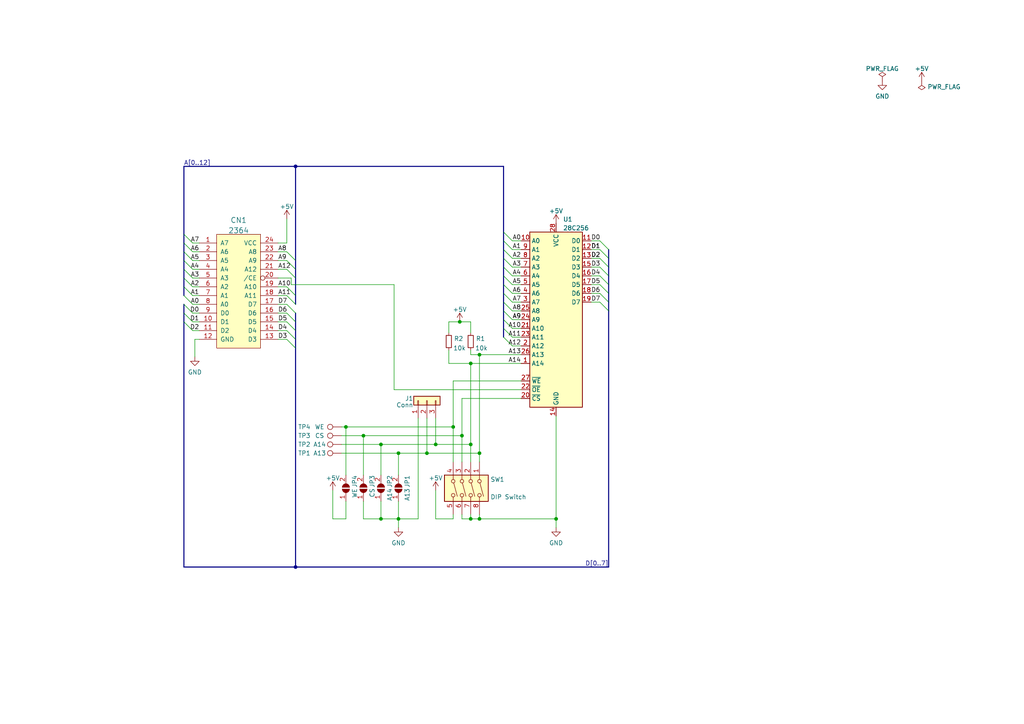
<source format=kicad_sch>
(kicad_sch (version 20211123) (generator eeschema)

  (uuid 76aa52fb-b8e9-482a-aa7b-371e7783e055)

  (paper "A4")

  (title_block
    (rev "1")
    (company "www.hackup.net")
  )

  (lib_symbols
    (symbol "Connector:TestPoint" (pin_numbers hide) (pin_names (offset 0.762) hide) (in_bom yes) (on_board yes)
      (property "Reference" "TP" (id 0) (at 0 6.858 0)
        (effects (font (size 1.27 1.27)))
      )
      (property "Value" "TestPoint" (id 1) (at 0 5.08 0)
        (effects (font (size 1.27 1.27)))
      )
      (property "Footprint" "" (id 2) (at 5.08 0 0)
        (effects (font (size 1.27 1.27)) hide)
      )
      (property "Datasheet" "~" (id 3) (at 5.08 0 0)
        (effects (font (size 1.27 1.27)) hide)
      )
      (property "ki_keywords" "test point tp" (id 4) (at 0 0 0)
        (effects (font (size 1.27 1.27)) hide)
      )
      (property "ki_description" "test point" (id 5) (at 0 0 0)
        (effects (font (size 1.27 1.27)) hide)
      )
      (property "ki_fp_filters" "Pin* Test*" (id 6) (at 0 0 0)
        (effects (font (size 1.27 1.27)) hide)
      )
      (symbol "TestPoint_0_1"
        (circle (center 0 3.302) (radius 0.762)
          (stroke (width 0) (type default) (color 0 0 0 0))
          (fill (type none))
        )
      )
      (symbol "TestPoint_1_1"
        (pin passive line (at 0 0 90) (length 2.54)
          (name "1" (effects (font (size 1.27 1.27))))
          (number "1" (effects (font (size 1.27 1.27))))
        )
      )
    )
    (symbol "Connector_Generic:Conn_01x03" (pin_names (offset 1.016) hide) (in_bom yes) (on_board yes)
      (property "Reference" "J" (id 0) (at 0 5.08 0)
        (effects (font (size 1.27 1.27)))
      )
      (property "Value" "Conn_01x03" (id 1) (at 0 -5.08 0)
        (effects (font (size 1.27 1.27)))
      )
      (property "Footprint" "" (id 2) (at 0 0 0)
        (effects (font (size 1.27 1.27)) hide)
      )
      (property "Datasheet" "~" (id 3) (at 0 0 0)
        (effects (font (size 1.27 1.27)) hide)
      )
      (property "ki_keywords" "connector" (id 4) (at 0 0 0)
        (effects (font (size 1.27 1.27)) hide)
      )
      (property "ki_description" "Generic connector, single row, 01x03, script generated (kicad-library-utils/schlib/autogen/connector/)" (id 5) (at 0 0 0)
        (effects (font (size 1.27 1.27)) hide)
      )
      (property "ki_fp_filters" "Connector*:*_1x??_*" (id 6) (at 0 0 0)
        (effects (font (size 1.27 1.27)) hide)
      )
      (symbol "Conn_01x03_1_1"
        (rectangle (start -1.27 -2.413) (end 0 -2.667)
          (stroke (width 0.1524) (type default) (color 0 0 0 0))
          (fill (type none))
        )
        (rectangle (start -1.27 0.127) (end 0 -0.127)
          (stroke (width 0.1524) (type default) (color 0 0 0 0))
          (fill (type none))
        )
        (rectangle (start -1.27 2.667) (end 0 2.413)
          (stroke (width 0.1524) (type default) (color 0 0 0 0))
          (fill (type none))
        )
        (rectangle (start -1.27 3.81) (end 1.27 -3.81)
          (stroke (width 0.254) (type default) (color 0 0 0 0))
          (fill (type background))
        )
        (pin passive line (at -5.08 2.54 0) (length 3.81)
          (name "Pin_1" (effects (font (size 1.27 1.27))))
          (number "1" (effects (font (size 1.27 1.27))))
        )
        (pin passive line (at -5.08 0 0) (length 3.81)
          (name "Pin_2" (effects (font (size 1.27 1.27))))
          (number "2" (effects (font (size 1.27 1.27))))
        )
        (pin passive line (at -5.08 -2.54 0) (length 3.81)
          (name "Pin_3" (effects (font (size 1.27 1.27))))
          (number "3" (effects (font (size 1.27 1.27))))
        )
      )
    )
    (symbol "Device:R_Small" (pin_numbers hide) (pin_names (offset 0.254) hide) (in_bom yes) (on_board yes)
      (property "Reference" "R" (id 0) (at 0.762 0.508 0)
        (effects (font (size 1.27 1.27)) (justify left))
      )
      (property "Value" "R_Small" (id 1) (at 0.762 -1.016 0)
        (effects (font (size 1.27 1.27)) (justify left))
      )
      (property "Footprint" "" (id 2) (at 0 0 0)
        (effects (font (size 1.27 1.27)) hide)
      )
      (property "Datasheet" "~" (id 3) (at 0 0 0)
        (effects (font (size 1.27 1.27)) hide)
      )
      (property "ki_keywords" "R resistor" (id 4) (at 0 0 0)
        (effects (font (size 1.27 1.27)) hide)
      )
      (property "ki_description" "Resistor, small symbol" (id 5) (at 0 0 0)
        (effects (font (size 1.27 1.27)) hide)
      )
      (property "ki_fp_filters" "R_*" (id 6) (at 0 0 0)
        (effects (font (size 1.27 1.27)) hide)
      )
      (symbol "R_Small_0_1"
        (rectangle (start -0.762 1.778) (end 0.762 -1.778)
          (stroke (width 0.2032) (type default) (color 0 0 0 0))
          (fill (type none))
        )
      )
      (symbol "R_Small_1_1"
        (pin passive line (at 0 2.54 270) (length 0.762)
          (name "~" (effects (font (size 1.27 1.27))))
          (number "1" (effects (font (size 1.27 1.27))))
        )
        (pin passive line (at 0 -2.54 90) (length 0.762)
          (name "~" (effects (font (size 1.27 1.27))))
          (number "2" (effects (font (size 1.27 1.27))))
        )
      )
    )
    (symbol "Jumper:SolderJumper_2_Open" (pin_names (offset 0) hide) (in_bom yes) (on_board yes)
      (property "Reference" "JP" (id 0) (at 0 2.032 0)
        (effects (font (size 1.27 1.27)))
      )
      (property "Value" "SolderJumper_2_Open" (id 1) (at 0 -2.54 0)
        (effects (font (size 1.27 1.27)))
      )
      (property "Footprint" "" (id 2) (at 0 0 0)
        (effects (font (size 1.27 1.27)) hide)
      )
      (property "Datasheet" "~" (id 3) (at 0 0 0)
        (effects (font (size 1.27 1.27)) hide)
      )
      (property "ki_keywords" "solder jumper SPST" (id 4) (at 0 0 0)
        (effects (font (size 1.27 1.27)) hide)
      )
      (property "ki_description" "Solder Jumper, 2-pole, open" (id 5) (at 0 0 0)
        (effects (font (size 1.27 1.27)) hide)
      )
      (property "ki_fp_filters" "SolderJumper*Open*" (id 6) (at 0 0 0)
        (effects (font (size 1.27 1.27)) hide)
      )
      (symbol "SolderJumper_2_Open_0_1"
        (arc (start -0.254 1.016) (mid -1.27 0) (end -0.254 -1.016)
          (stroke (width 0) (type default) (color 0 0 0 0))
          (fill (type none))
        )
        (arc (start -0.254 1.016) (mid -1.27 0) (end -0.254 -1.016)
          (stroke (width 0) (type default) (color 0 0 0 0))
          (fill (type outline))
        )
        (polyline
          (pts
            (xy -0.254 1.016)
            (xy -0.254 -1.016)
          )
          (stroke (width 0) (type default) (color 0 0 0 0))
          (fill (type none))
        )
        (polyline
          (pts
            (xy 0.254 1.016)
            (xy 0.254 -1.016)
          )
          (stroke (width 0) (type default) (color 0 0 0 0))
          (fill (type none))
        )
        (arc (start 0.254 -1.016) (mid 1.27 0) (end 0.254 1.016)
          (stroke (width 0) (type default) (color 0 0 0 0))
          (fill (type none))
        )
        (arc (start 0.254 -1.016) (mid 1.27 0) (end 0.254 1.016)
          (stroke (width 0) (type default) (color 0 0 0 0))
          (fill (type outline))
        )
      )
      (symbol "SolderJumper_2_Open_1_1"
        (pin passive line (at -3.81 0 0) (length 2.54)
          (name "A" (effects (font (size 1.27 1.27))))
          (number "1" (effects (font (size 1.27 1.27))))
        )
        (pin passive line (at 3.81 0 180) (length 2.54)
          (name "B" (effects (font (size 1.27 1.27))))
          (number "2" (effects (font (size 1.27 1.27))))
        )
      )
    )
    (symbol "Memory_EEPROM:28C256" (in_bom yes) (on_board yes)
      (property "Reference" "U" (id 0) (at -7.62 26.67 0)
        (effects (font (size 1.27 1.27)))
      )
      (property "Value" "28C256" (id 1) (at 2.54 -26.67 0)
        (effects (font (size 1.27 1.27)) (justify left))
      )
      (property "Footprint" "" (id 2) (at 0 0 0)
        (effects (font (size 1.27 1.27)) hide)
      )
      (property "Datasheet" "http://ww1.microchip.com/downloads/en/DeviceDoc/doc0006.pdf" (id 3) (at 0 0 0)
        (effects (font (size 1.27 1.27)) hide)
      )
      (property "ki_keywords" "Parallel EEPROM 256Kb" (id 4) (at 0 0 0)
        (effects (font (size 1.27 1.27)) hide)
      )
      (property "ki_description" "Paged Parallel EEPROM 256Kb (32K x 8), DIP-28/SOIC-28" (id 5) (at 0 0 0)
        (effects (font (size 1.27 1.27)) hide)
      )
      (property "ki_fp_filters" "DIP*W15.24mm* SOIC*7.5x17.9mm*P1.27mm*" (id 6) (at 0 0 0)
        (effects (font (size 1.27 1.27)) hide)
      )
      (symbol "28C256_1_1"
        (rectangle (start -7.62 25.4) (end 7.62 -25.4)
          (stroke (width 0.254) (type default) (color 0 0 0 0))
          (fill (type background))
        )
        (pin input line (at -10.16 -12.7 0) (length 2.54)
          (name "A14" (effects (font (size 1.27 1.27))))
          (number "1" (effects (font (size 1.27 1.27))))
        )
        (pin input line (at -10.16 22.86 0) (length 2.54)
          (name "A0" (effects (font (size 1.27 1.27))))
          (number "10" (effects (font (size 1.27 1.27))))
        )
        (pin tri_state line (at 10.16 22.86 180) (length 2.54)
          (name "D0" (effects (font (size 1.27 1.27))))
          (number "11" (effects (font (size 1.27 1.27))))
        )
        (pin tri_state line (at 10.16 20.32 180) (length 2.54)
          (name "D1" (effects (font (size 1.27 1.27))))
          (number "12" (effects (font (size 1.27 1.27))))
        )
        (pin tri_state line (at 10.16 17.78 180) (length 2.54)
          (name "D2" (effects (font (size 1.27 1.27))))
          (number "13" (effects (font (size 1.27 1.27))))
        )
        (pin power_in line (at 0 -27.94 90) (length 2.54)
          (name "GND" (effects (font (size 1.27 1.27))))
          (number "14" (effects (font (size 1.27 1.27))))
        )
        (pin tri_state line (at 10.16 15.24 180) (length 2.54)
          (name "D3" (effects (font (size 1.27 1.27))))
          (number "15" (effects (font (size 1.27 1.27))))
        )
        (pin tri_state line (at 10.16 12.7 180) (length 2.54)
          (name "D4" (effects (font (size 1.27 1.27))))
          (number "16" (effects (font (size 1.27 1.27))))
        )
        (pin tri_state line (at 10.16 10.16 180) (length 2.54)
          (name "D5" (effects (font (size 1.27 1.27))))
          (number "17" (effects (font (size 1.27 1.27))))
        )
        (pin tri_state line (at 10.16 7.62 180) (length 2.54)
          (name "D6" (effects (font (size 1.27 1.27))))
          (number "18" (effects (font (size 1.27 1.27))))
        )
        (pin tri_state line (at 10.16 5.08 180) (length 2.54)
          (name "D7" (effects (font (size 1.27 1.27))))
          (number "19" (effects (font (size 1.27 1.27))))
        )
        (pin input line (at -10.16 -7.62 0) (length 2.54)
          (name "A12" (effects (font (size 1.27 1.27))))
          (number "2" (effects (font (size 1.27 1.27))))
        )
        (pin input line (at -10.16 -22.86 0) (length 2.54)
          (name "~{CS}" (effects (font (size 1.27 1.27))))
          (number "20" (effects (font (size 1.27 1.27))))
        )
        (pin input line (at -10.16 -2.54 0) (length 2.54)
          (name "A10" (effects (font (size 1.27 1.27))))
          (number "21" (effects (font (size 1.27 1.27))))
        )
        (pin input line (at -10.16 -20.32 0) (length 2.54)
          (name "~{OE}" (effects (font (size 1.27 1.27))))
          (number "22" (effects (font (size 1.27 1.27))))
        )
        (pin input line (at -10.16 -5.08 0) (length 2.54)
          (name "A11" (effects (font (size 1.27 1.27))))
          (number "23" (effects (font (size 1.27 1.27))))
        )
        (pin input line (at -10.16 0 0) (length 2.54)
          (name "A9" (effects (font (size 1.27 1.27))))
          (number "24" (effects (font (size 1.27 1.27))))
        )
        (pin input line (at -10.16 2.54 0) (length 2.54)
          (name "A8" (effects (font (size 1.27 1.27))))
          (number "25" (effects (font (size 1.27 1.27))))
        )
        (pin input line (at -10.16 -10.16 0) (length 2.54)
          (name "A13" (effects (font (size 1.27 1.27))))
          (number "26" (effects (font (size 1.27 1.27))))
        )
        (pin input line (at -10.16 -17.78 0) (length 2.54)
          (name "~{WE}" (effects (font (size 1.27 1.27))))
          (number "27" (effects (font (size 1.27 1.27))))
        )
        (pin power_in line (at 0 27.94 270) (length 2.54)
          (name "VCC" (effects (font (size 1.27 1.27))))
          (number "28" (effects (font (size 1.27 1.27))))
        )
        (pin input line (at -10.16 5.08 0) (length 2.54)
          (name "A7" (effects (font (size 1.27 1.27))))
          (number "3" (effects (font (size 1.27 1.27))))
        )
        (pin input line (at -10.16 7.62 0) (length 2.54)
          (name "A6" (effects (font (size 1.27 1.27))))
          (number "4" (effects (font (size 1.27 1.27))))
        )
        (pin input line (at -10.16 10.16 0) (length 2.54)
          (name "A5" (effects (font (size 1.27 1.27))))
          (number "5" (effects (font (size 1.27 1.27))))
        )
        (pin input line (at -10.16 12.7 0) (length 2.54)
          (name "A4" (effects (font (size 1.27 1.27))))
          (number "6" (effects (font (size 1.27 1.27))))
        )
        (pin input line (at -10.16 15.24 0) (length 2.54)
          (name "A3" (effects (font (size 1.27 1.27))))
          (number "7" (effects (font (size 1.27 1.27))))
        )
        (pin input line (at -10.16 17.78 0) (length 2.54)
          (name "A2" (effects (font (size 1.27 1.27))))
          (number "8" (effects (font (size 1.27 1.27))))
        )
        (pin input line (at -10.16 20.32 0) (length 2.54)
          (name "A1" (effects (font (size 1.27 1.27))))
          (number "9" (effects (font (size 1.27 1.27))))
        )
      )
    )
    (symbol "Switch:SW_DIP_x04" (pin_names (offset 0) hide) (in_bom yes) (on_board yes)
      (property "Reference" "SW" (id 0) (at 0 8.89 0)
        (effects (font (size 1.27 1.27)))
      )
      (property "Value" "SW_DIP_x04" (id 1) (at 0 -6.35 0)
        (effects (font (size 1.27 1.27)))
      )
      (property "Footprint" "" (id 2) (at 0 0 0)
        (effects (font (size 1.27 1.27)) hide)
      )
      (property "Datasheet" "~" (id 3) (at 0 0 0)
        (effects (font (size 1.27 1.27)) hide)
      )
      (property "ki_keywords" "dip switch" (id 4) (at 0 0 0)
        (effects (font (size 1.27 1.27)) hide)
      )
      (property "ki_description" "4x DIP Switch, Single Pole Single Throw (SPST) switch, small symbol" (id 5) (at 0 0 0)
        (effects (font (size 1.27 1.27)) hide)
      )
      (property "ki_fp_filters" "SW?DIP?x4*" (id 6) (at 0 0 0)
        (effects (font (size 1.27 1.27)) hide)
      )
      (symbol "SW_DIP_x04_0_0"
        (circle (center -2.032 -2.54) (radius 0.508)
          (stroke (width 0) (type default) (color 0 0 0 0))
          (fill (type none))
        )
        (circle (center -2.032 0) (radius 0.508)
          (stroke (width 0) (type default) (color 0 0 0 0))
          (fill (type none))
        )
        (circle (center -2.032 2.54) (radius 0.508)
          (stroke (width 0) (type default) (color 0 0 0 0))
          (fill (type none))
        )
        (circle (center -2.032 5.08) (radius 0.508)
          (stroke (width 0) (type default) (color 0 0 0 0))
          (fill (type none))
        )
        (polyline
          (pts
            (xy -1.524 -2.3876)
            (xy 2.3622 -1.3462)
          )
          (stroke (width 0) (type default) (color 0 0 0 0))
          (fill (type none))
        )
        (polyline
          (pts
            (xy -1.524 0.127)
            (xy 2.3622 1.1684)
          )
          (stroke (width 0) (type default) (color 0 0 0 0))
          (fill (type none))
        )
        (polyline
          (pts
            (xy -1.524 2.667)
            (xy 2.3622 3.7084)
          )
          (stroke (width 0) (type default) (color 0 0 0 0))
          (fill (type none))
        )
        (polyline
          (pts
            (xy -1.524 5.207)
            (xy 2.3622 6.2484)
          )
          (stroke (width 0) (type default) (color 0 0 0 0))
          (fill (type none))
        )
        (circle (center 2.032 -2.54) (radius 0.508)
          (stroke (width 0) (type default) (color 0 0 0 0))
          (fill (type none))
        )
        (circle (center 2.032 0) (radius 0.508)
          (stroke (width 0) (type default) (color 0 0 0 0))
          (fill (type none))
        )
        (circle (center 2.032 2.54) (radius 0.508)
          (stroke (width 0) (type default) (color 0 0 0 0))
          (fill (type none))
        )
        (circle (center 2.032 5.08) (radius 0.508)
          (stroke (width 0) (type default) (color 0 0 0 0))
          (fill (type none))
        )
      )
      (symbol "SW_DIP_x04_0_1"
        (rectangle (start -3.81 7.62) (end 3.81 -5.08)
          (stroke (width 0.254) (type default) (color 0 0 0 0))
          (fill (type background))
        )
      )
      (symbol "SW_DIP_x04_1_1"
        (pin passive line (at -7.62 5.08 0) (length 5.08)
          (name "~" (effects (font (size 1.27 1.27))))
          (number "1" (effects (font (size 1.27 1.27))))
        )
        (pin passive line (at -7.62 2.54 0) (length 5.08)
          (name "~" (effects (font (size 1.27 1.27))))
          (number "2" (effects (font (size 1.27 1.27))))
        )
        (pin passive line (at -7.62 0 0) (length 5.08)
          (name "~" (effects (font (size 1.27 1.27))))
          (number "3" (effects (font (size 1.27 1.27))))
        )
        (pin passive line (at -7.62 -2.54 0) (length 5.08)
          (name "~" (effects (font (size 1.27 1.27))))
          (number "4" (effects (font (size 1.27 1.27))))
        )
        (pin passive line (at 7.62 -2.54 180) (length 5.08)
          (name "~" (effects (font (size 1.27 1.27))))
          (number "5" (effects (font (size 1.27 1.27))))
        )
        (pin passive line (at 7.62 0 180) (length 5.08)
          (name "~" (effects (font (size 1.27 1.27))))
          (number "6" (effects (font (size 1.27 1.27))))
        )
        (pin passive line (at 7.62 2.54 180) (length 5.08)
          (name "~" (effects (font (size 1.27 1.27))))
          (number "7" (effects (font (size 1.27 1.27))))
        )
        (pin passive line (at 7.62 5.08 180) (length 5.08)
          (name "~" (effects (font (size 1.27 1.27))))
          (number "8" (effects (font (size 1.27 1.27))))
        )
      )
    )
    (symbol "hackup:2364" (pin_names (offset 1.016)) (in_bom yes) (on_board yes)
      (property "Reference" "U" (id 0) (at 0 -17.78 0)
        (effects (font (size 1.524 1.524)))
      )
      (property "Value" "2364" (id 1) (at 0 17.78 0)
        (effects (font (size 1.524 1.524)))
      )
      (property "Footprint" "" (id 2) (at 0 17.78 0)
        (effects (font (size 1.524 1.524)) hide)
      )
      (property "Datasheet" "" (id 3) (at 0 17.78 0)
        (effects (font (size 1.524 1.524)) hide)
      )
      (symbol "2364_0_1"
        (rectangle (start -6.35 16.51) (end 6.35 -16.51)
          (stroke (width 0) (type default) (color 0 0 0 0))
          (fill (type background))
        )
        (pin tri_state line (at 11.43 -8.89 180) (length 5.08)
          (name "D5" (effects (font (size 1.27 1.27))))
          (number "15" (effects (font (size 1.27 1.27))))
        )
        (pin tri_state line (at 11.43 -6.35 180) (length 5.08)
          (name "D6" (effects (font (size 1.27 1.27))))
          (number "16" (effects (font (size 1.27 1.27))))
        )
        (pin tri_state line (at 11.43 -3.81 180) (length 5.08)
          (name "D7" (effects (font (size 1.27 1.27))))
          (number "17" (effects (font (size 1.27 1.27))))
        )
        (pin input line (at 11.43 -1.27 180) (length 5.08)
          (name "A11" (effects (font (size 1.27 1.27))))
          (number "18" (effects (font (size 1.27 1.27))))
        )
        (pin input line (at 11.43 1.27 180) (length 5.08)
          (name "A10" (effects (font (size 1.27 1.27))))
          (number "19" (effects (font (size 1.27 1.27))))
        )
        (pin input inverted (at 11.43 3.81 180) (length 5.08)
          (name "/CE" (effects (font (size 1.27 1.27))))
          (number "20" (effects (font (size 1.27 1.27))))
        )
        (pin input line (at 11.43 6.35 180) (length 5.08)
          (name "A12" (effects (font (size 1.27 1.27))))
          (number "21" (effects (font (size 1.27 1.27))))
        )
        (pin input line (at 11.43 8.89 180) (length 5.08)
          (name "A9" (effects (font (size 1.27 1.27))))
          (number "22" (effects (font (size 1.27 1.27))))
        )
        (pin input line (at 11.43 11.43 180) (length 5.08)
          (name "A8" (effects (font (size 1.27 1.27))))
          (number "23" (effects (font (size 1.27 1.27))))
        )
        (pin power_in line (at 11.43 13.97 180) (length 5.08)
          (name "VCC" (effects (font (size 1.27 1.27))))
          (number "24" (effects (font (size 1.27 1.27))))
        )
      )
      (symbol "2364_1_1"
        (pin input line (at -11.43 13.97 0) (length 5.08)
          (name "A7" (effects (font (size 1.27 1.27))))
          (number "1" (effects (font (size 1.27 1.27))))
        )
        (pin tri_state line (at -11.43 -8.89 0) (length 5.08)
          (name "D1" (effects (font (size 1.27 1.27))))
          (number "10" (effects (font (size 1.27 1.27))))
        )
        (pin tri_state line (at -11.43 -11.43 0) (length 5.08)
          (name "D2" (effects (font (size 1.27 1.27))))
          (number "11" (effects (font (size 1.27 1.27))))
        )
        (pin power_in line (at -11.43 -13.97 0) (length 5.08)
          (name "GND" (effects (font (size 1.27 1.27))))
          (number "12" (effects (font (size 1.27 1.27))))
        )
        (pin tri_state line (at 11.43 -13.97 180) (length 5.08)
          (name "D3" (effects (font (size 1.27 1.27))))
          (number "13" (effects (font (size 1.27 1.27))))
        )
        (pin tri_state line (at 11.43 -11.43 180) (length 5.08)
          (name "D4" (effects (font (size 1.27 1.27))))
          (number "14" (effects (font (size 1.27 1.27))))
        )
        (pin input line (at -11.43 11.43 0) (length 5.08)
          (name "A6" (effects (font (size 1.27 1.27))))
          (number "2" (effects (font (size 1.27 1.27))))
        )
        (pin input line (at -11.43 8.89 0) (length 5.08)
          (name "A5" (effects (font (size 1.27 1.27))))
          (number "3" (effects (font (size 1.27 1.27))))
        )
        (pin input line (at -11.43 6.35 0) (length 5.08)
          (name "A4" (effects (font (size 1.27 1.27))))
          (number "4" (effects (font (size 1.27 1.27))))
        )
        (pin input line (at -11.43 3.81 0) (length 5.08)
          (name "A3" (effects (font (size 1.27 1.27))))
          (number "5" (effects (font (size 1.27 1.27))))
        )
        (pin input line (at -11.43 1.27 0) (length 5.08)
          (name "A2" (effects (font (size 1.27 1.27))))
          (number "6" (effects (font (size 1.27 1.27))))
        )
        (pin input line (at -11.43 -1.27 0) (length 5.08)
          (name "A1" (effects (font (size 1.27 1.27))))
          (number "7" (effects (font (size 1.27 1.27))))
        )
        (pin input line (at -11.43 -3.81 0) (length 5.08)
          (name "A0" (effects (font (size 1.27 1.27))))
          (number "8" (effects (font (size 1.27 1.27))))
        )
        (pin tri_state line (at -11.43 -6.35 0) (length 5.08)
          (name "D0" (effects (font (size 1.27 1.27))))
          (number "9" (effects (font (size 1.27 1.27))))
        )
      )
    )
    (symbol "power:+5V" (power) (pin_names (offset 0)) (in_bom yes) (on_board yes)
      (property "Reference" "#PWR" (id 0) (at 0 -3.81 0)
        (effects (font (size 1.27 1.27)) hide)
      )
      (property "Value" "+5V" (id 1) (at 0 3.556 0)
        (effects (font (size 1.27 1.27)))
      )
      (property "Footprint" "" (id 2) (at 0 0 0)
        (effects (font (size 1.27 1.27)) hide)
      )
      (property "Datasheet" "" (id 3) (at 0 0 0)
        (effects (font (size 1.27 1.27)) hide)
      )
      (property "ki_keywords" "power-flag" (id 4) (at 0 0 0)
        (effects (font (size 1.27 1.27)) hide)
      )
      (property "ki_description" "Power symbol creates a global label with name \"+5V\"" (id 5) (at 0 0 0)
        (effects (font (size 1.27 1.27)) hide)
      )
      (symbol "+5V_0_1"
        (polyline
          (pts
            (xy -0.762 1.27)
            (xy 0 2.54)
          )
          (stroke (width 0) (type default) (color 0 0 0 0))
          (fill (type none))
        )
        (polyline
          (pts
            (xy 0 0)
            (xy 0 2.54)
          )
          (stroke (width 0) (type default) (color 0 0 0 0))
          (fill (type none))
        )
        (polyline
          (pts
            (xy 0 2.54)
            (xy 0.762 1.27)
          )
          (stroke (width 0) (type default) (color 0 0 0 0))
          (fill (type none))
        )
      )
      (symbol "+5V_1_1"
        (pin power_in line (at 0 0 90) (length 0) hide
          (name "+5V" (effects (font (size 1.27 1.27))))
          (number "1" (effects (font (size 1.27 1.27))))
        )
      )
    )
    (symbol "power:GND" (power) (pin_names (offset 0)) (in_bom yes) (on_board yes)
      (property "Reference" "#PWR" (id 0) (at 0 -6.35 0)
        (effects (font (size 1.27 1.27)) hide)
      )
      (property "Value" "GND" (id 1) (at 0 -3.81 0)
        (effects (font (size 1.27 1.27)))
      )
      (property "Footprint" "" (id 2) (at 0 0 0)
        (effects (font (size 1.27 1.27)) hide)
      )
      (property "Datasheet" "" (id 3) (at 0 0 0)
        (effects (font (size 1.27 1.27)) hide)
      )
      (property "ki_keywords" "power-flag" (id 4) (at 0 0 0)
        (effects (font (size 1.27 1.27)) hide)
      )
      (property "ki_description" "Power symbol creates a global label with name \"GND\" , ground" (id 5) (at 0 0 0)
        (effects (font (size 1.27 1.27)) hide)
      )
      (symbol "GND_0_1"
        (polyline
          (pts
            (xy 0 0)
            (xy 0 -1.27)
            (xy 1.27 -1.27)
            (xy 0 -2.54)
            (xy -1.27 -1.27)
            (xy 0 -1.27)
          )
          (stroke (width 0) (type default) (color 0 0 0 0))
          (fill (type none))
        )
      )
      (symbol "GND_1_1"
        (pin power_in line (at 0 0 270) (length 0) hide
          (name "GND" (effects (font (size 1.27 1.27))))
          (number "1" (effects (font (size 1.27 1.27))))
        )
      )
    )
    (symbol "power:PWR_FLAG" (power) (pin_numbers hide) (pin_names (offset 0) hide) (in_bom yes) (on_board yes)
      (property "Reference" "#FLG" (id 0) (at 0 1.905 0)
        (effects (font (size 1.27 1.27)) hide)
      )
      (property "Value" "PWR_FLAG" (id 1) (at 0 3.81 0)
        (effects (font (size 1.27 1.27)))
      )
      (property "Footprint" "" (id 2) (at 0 0 0)
        (effects (font (size 1.27 1.27)) hide)
      )
      (property "Datasheet" "~" (id 3) (at 0 0 0)
        (effects (font (size 1.27 1.27)) hide)
      )
      (property "ki_keywords" "power-flag" (id 4) (at 0 0 0)
        (effects (font (size 1.27 1.27)) hide)
      )
      (property "ki_description" "Special symbol for telling ERC where power comes from" (id 5) (at 0 0 0)
        (effects (font (size 1.27 1.27)) hide)
      )
      (symbol "PWR_FLAG_0_0"
        (pin power_out line (at 0 0 90) (length 0)
          (name "pwr" (effects (font (size 1.27 1.27))))
          (number "1" (effects (font (size 1.27 1.27))))
        )
      )
      (symbol "PWR_FLAG_0_1"
        (polyline
          (pts
            (xy 0 0)
            (xy 0 1.27)
            (xy -1.016 1.905)
            (xy 0 2.54)
            (xy 1.016 1.905)
            (xy 0 1.27)
          )
          (stroke (width 0) (type default) (color 0 0 0 0))
          (fill (type none))
        )
      )
    )
  )

  (junction (at 85.725 164.465) (diameter 0) (color 0 0 0 0)
    (uuid 1ca03430-7fdf-4982-a56a-2f493eeda440)
  )
  (junction (at 115.57 150.495) (diameter 0) (color 0 0 0 0)
    (uuid 237605ed-39fb-4645-9f1c-2e98a2d987f6)
  )
  (junction (at 139.065 150.495) (diameter 0) (color 0 0 0 0)
    (uuid 3117b1fb-0766-424a-8081-be67108389a7)
  )
  (junction (at 161.29 150.495) (diameter 0) (color 0 0 0 0)
    (uuid 32a12a21-443e-4728-927f-c4e38170867f)
  )
  (junction (at 105.41 126.365) (diameter 0) (color 0 0 0 0)
    (uuid 4357f182-60a9-4806-a49c-0e8776579734)
  )
  (junction (at 126.365 128.905) (diameter 0) (color 0 0 0 0)
    (uuid 4fdc16cd-7366-472b-b9a4-0f67b26277ce)
  )
  (junction (at 139.065 131.445) (diameter 0) (color 0 0 0 0)
    (uuid 62364d54-d435-4b07-9aed-bd547e8774de)
  )
  (junction (at 136.525 150.495) (diameter 0) (color 0 0 0 0)
    (uuid 72779b5b-f2fd-4df5-ac4d-9e1d0cb3e47b)
  )
  (junction (at 123.825 131.445) (diameter 0) (color 0 0 0 0)
    (uuid 74c8a13b-a770-4a78-b1f7-060eae1eeb7a)
  )
  (junction (at 136.525 128.905) (diameter 0) (color 0 0 0 0)
    (uuid 85e12c53-8869-4d07-a3a3-7fa0eba30972)
  )
  (junction (at 115.57 131.445) (diameter 0) (color 0 0 0 0)
    (uuid 8f32b9ff-e70c-46b7-b957-1300412003d7)
  )
  (junction (at 133.985 126.365) (diameter 0) (color 0 0 0 0)
    (uuid 91646657-7013-4a0b-a792-e906e8cac255)
  )
  (junction (at 100.33 123.825) (diameter 0) (color 0 0 0 0)
    (uuid 95f82ad8-143d-4129-8c31-f790de4d8c35)
  )
  (junction (at 133.35 93.345) (diameter 0) (color 0 0 0 0)
    (uuid 9d97c8c1-da3e-4022-9fef-50ec121af461)
  )
  (junction (at 139.065 102.87) (diameter 0) (color 0 0 0 0)
    (uuid a00f721e-438b-42e1-87b1-40f408938699)
  )
  (junction (at 85.725 48.26) (diameter 0) (color 0 0 0 0)
    (uuid a4bca768-a3d0-439c-adf5-c74e4027cc5b)
  )
  (junction (at 136.525 105.41) (diameter 0) (color 0 0 0 0)
    (uuid aa65f1ba-e2f5-4a1f-b4ec-9761f54bf4bc)
  )
  (junction (at 110.49 150.495) (diameter 0) (color 0 0 0 0)
    (uuid c10245be-8ee9-4cf4-adde-bf633c64b6dd)
  )
  (junction (at 131.445 123.825) (diameter 0) (color 0 0 0 0)
    (uuid f1fa5e14-fb03-4da1-ac79-fe178f707db7)
  )
  (junction (at 110.49 128.905) (diameter 0) (color 0 0 0 0)
    (uuid f7586b52-e6ac-404f-b7a7-293a53c58646)
  )

  (bus_entry (at 146.05 92.71) (size 2.54 2.54)
    (stroke (width 0) (type default) (color 0 0 0 0))
    (uuid 067e7aa1-5ee2-436d-bbc1-2954d63686df)
  )
  (bus_entry (at 53.34 85.725) (size 2.54 2.54)
    (stroke (width 0) (type default) (color 0 0 0 0))
    (uuid 0b73969b-f9e9-4936-ab87-2fc0bf9d35dd)
  )
  (bus_entry (at 83.185 85.725) (size 2.54 2.54)
    (stroke (width 0) (type default) (color 0 0 0 0))
    (uuid 118b64cb-3c9d-449b-a053-4abf858ab411)
  )
  (bus_entry (at 83.185 98.425) (size 2.54 2.54)
    (stroke (width 0) (type default) (color 0 0 0 0))
    (uuid 16725c7e-4a13-4888-86a1-e51add16def4)
  )
  (bus_entry (at 173.99 77.47) (size 2.54 2.54)
    (stroke (width 0) (type default) (color 0 0 0 0))
    (uuid 282fd1ae-a2bb-4c1c-a1ff-39fd631ca843)
  )
  (bus_entry (at 146.05 67.31) (size 2.54 2.54)
    (stroke (width 0) (type default) (color 0 0 0 0))
    (uuid 30eb79bc-dcf7-4254-a5a3-7c3e5ffc9cc9)
  )
  (bus_entry (at 53.34 73.025) (size 2.54 2.54)
    (stroke (width 0) (type default) (color 0 0 0 0))
    (uuid 33cccd06-ec0e-42de-bcda-09ca22cdb19e)
  )
  (bus_entry (at 146.05 82.55) (size 2.54 2.54)
    (stroke (width 0) (type default) (color 0 0 0 0))
    (uuid 36786663-8a67-44a9-b0d9-1e247758b231)
  )
  (bus_entry (at 146.05 77.47) (size 2.54 2.54)
    (stroke (width 0) (type default) (color 0 0 0 0))
    (uuid 3bb54a82-02ab-4c63-be7e-733b6303aa00)
  )
  (bus_entry (at 146.05 69.85) (size 2.54 2.54)
    (stroke (width 0) (type default) (color 0 0 0 0))
    (uuid 3d9cf7be-0d31-4e5b-8189-c6c3e6205154)
  )
  (bus_entry (at 83.185 90.805) (size 2.54 2.54)
    (stroke (width 0) (type default) (color 0 0 0 0))
    (uuid 405ed23a-3356-4c01-82fd-13b879881ac5)
  )
  (bus_entry (at 173.99 85.09) (size 2.54 2.54)
    (stroke (width 0) (type default) (color 0 0 0 0))
    (uuid 44da7b57-ff48-4745-a6af-8696214d4ba7)
  )
  (bus_entry (at 146.05 85.09) (size 2.54 2.54)
    (stroke (width 0) (type default) (color 0 0 0 0))
    (uuid 470dcc9d-e306-42b8-ab4e-21975e0d95f1)
  )
  (bus_entry (at 146.05 72.39) (size 2.54 2.54)
    (stroke (width 0) (type default) (color 0 0 0 0))
    (uuid 4ea82744-5d50-44b6-b8a0-c53bd2a4dd2b)
  )
  (bus_entry (at 83.185 93.345) (size 2.54 2.54)
    (stroke (width 0) (type default) (color 0 0 0 0))
    (uuid 50bc83da-fc06-4a21-abe5-21aaa9da6720)
  )
  (bus_entry (at 146.05 97.79) (size 2.54 2.54)
    (stroke (width 0) (type default) (color 0 0 0 0))
    (uuid 55f95be2-366c-4d1f-80e7-7ba89d14ba36)
  )
  (bus_entry (at 53.34 80.645) (size 2.54 2.54)
    (stroke (width 0) (type default) (color 0 0 0 0))
    (uuid 56c61072-2b11-41ee-ad52-41ffc9ea5dd0)
  )
  (bus_entry (at 53.34 78.105) (size 2.54 2.54)
    (stroke (width 0) (type default) (color 0 0 0 0))
    (uuid 5c8c8f8d-b239-46fb-abae-ea247f813e67)
  )
  (bus_entry (at 53.34 93.345) (size 2.54 2.54)
    (stroke (width 0) (type default) (color 0 0 0 0))
    (uuid 5fae9744-7867-4ff7-b556-cc8d15158ca0)
  )
  (bus_entry (at 53.34 83.185) (size 2.54 2.54)
    (stroke (width 0) (type default) (color 0 0 0 0))
    (uuid 637a3657-e868-47bd-864f-ef786d3f4c09)
  )
  (bus_entry (at 83.185 88.265) (size 2.54 2.54)
    (stroke (width 0) (type default) (color 0 0 0 0))
    (uuid 666e44e8-c8c7-4081-9107-93315a545c28)
  )
  (bus_entry (at 146.05 90.17) (size 2.54 2.54)
    (stroke (width 0) (type default) (color 0 0 0 0))
    (uuid 6c24f885-2e70-443b-ae08-b635ce0bf4d5)
  )
  (bus_entry (at 53.34 88.265) (size 2.54 2.54)
    (stroke (width 0) (type default) (color 0 0 0 0))
    (uuid 7a67f5fd-6b07-4145-b288-46786afcbd3c)
  )
  (bus_entry (at 146.05 80.01) (size 2.54 2.54)
    (stroke (width 0) (type default) (color 0 0 0 0))
    (uuid 83b7032a-7eaf-4f9e-80fc-8b3f8ae9dabd)
  )
  (bus_entry (at 146.05 74.93) (size 2.54 2.54)
    (stroke (width 0) (type default) (color 0 0 0 0))
    (uuid 8924b9eb-f1c1-44df-ba0a-594363c172f9)
  )
  (bus_entry (at 53.34 75.565) (size 2.54 2.54)
    (stroke (width 0) (type default) (color 0 0 0 0))
    (uuid 9591ecd0-f9dd-493c-9190-dd2aff96397d)
  )
  (bus_entry (at 53.34 67.945) (size 2.54 2.54)
    (stroke (width 0) (type default) (color 0 0 0 0))
    (uuid 9b2d4900-981b-4ee7-855e-e85e1a20aa8a)
  )
  (bus_entry (at 173.99 87.63) (size 2.54 2.54)
    (stroke (width 0) (type default) (color 0 0 0 0))
    (uuid 9d790d0c-f0a6-41bc-ad61-7a0795580196)
  )
  (bus_entry (at 173.99 80.01) (size 2.54 2.54)
    (stroke (width 0) (type default) (color 0 0 0 0))
    (uuid a3d15c6d-c9d0-4c04-b830-650cf9c2134a)
  )
  (bus_entry (at 83.185 83.185) (size 2.54 2.54)
    (stroke (width 0) (type default) (color 0 0 0 0))
    (uuid ae664a88-8a11-4084-a5bc-c9f4938015ed)
  )
  (bus_entry (at 53.34 70.485) (size 2.54 2.54)
    (stroke (width 0) (type default) (color 0 0 0 0))
    (uuid b2f35f23-8935-41aa-9058-8c6490169397)
  )
  (bus_entry (at 146.05 87.63) (size 2.54 2.54)
    (stroke (width 0) (type default) (color 0 0 0 0))
    (uuid bd2453a7-6053-44af-81e6-812711d8e38d)
  )
  (bus_entry (at 83.185 95.885) (size 2.54 2.54)
    (stroke (width 0) (type default) (color 0 0 0 0))
    (uuid d6dd1214-120a-4701-bc3e-8a29540e668b)
  )
  (bus_entry (at 173.99 72.39) (size 2.54 2.54)
    (stroke (width 0) (type default) (color 0 0 0 0))
    (uuid dbe625da-d302-40b4-92ba-844523f9a4eb)
  )
  (bus_entry (at 146.05 95.25) (size 2.54 2.54)
    (stroke (width 0) (type default) (color 0 0 0 0))
    (uuid e4c0aeb7-ce2f-4a94-a2bb-f3a0852c650e)
  )
  (bus_entry (at 173.99 69.85) (size 2.54 2.54)
    (stroke (width 0) (type default) (color 0 0 0 0))
    (uuid e847c12d-9748-48d8-8f06-622263ea82c6)
  )
  (bus_entry (at 53.34 90.805) (size 2.54 2.54)
    (stroke (width 0) (type default) (color 0 0 0 0))
    (uuid ea1940fe-6544-4400-8a99-fe4427ad7b34)
  )
  (bus_entry (at 83.185 73.025) (size 2.54 2.54)
    (stroke (width 0) (type default) (color 0 0 0 0))
    (uuid ec505998-69ed-4ced-8361-67e04f1f69b0)
  )
  (bus_entry (at 83.185 78.105) (size 2.54 2.54)
    (stroke (width 0) (type default) (color 0 0 0 0))
    (uuid ef5d468a-f92a-4067-9e2a-9df2e120921a)
  )
  (bus_entry (at 83.185 75.565) (size 2.54 2.54)
    (stroke (width 0) (type default) (color 0 0 0 0))
    (uuid f8df3ebb-3180-48dc-8dfa-7a2859e0a815)
  )
  (bus_entry (at 173.99 82.55) (size 2.54 2.54)
    (stroke (width 0) (type default) (color 0 0 0 0))
    (uuid f97cf737-eafb-41f1-b412-8d6d532a2959)
  )
  (bus_entry (at 173.99 74.93) (size 2.54 2.54)
    (stroke (width 0) (type default) (color 0 0 0 0))
    (uuid fd771dae-7063-45f9-a46f-9eeaa953e1dc)
  )

  (wire (pts (xy 110.49 150.495) (xy 105.41 150.495))
    (stroke (width 0) (type default) (color 0 0 0 0))
    (uuid 002b2483-c085-4b5d-b830-4a36913e7aef)
  )
  (bus (pts (xy 146.05 95.25) (xy 146.05 97.79))
    (stroke (width 0) (type default) (color 0 0 0 0))
    (uuid 032b5930-9f43-4f71-b15a-e358e70d6548)
  )
  (bus (pts (xy 85.725 100.965) (xy 85.725 164.465))
    (stroke (width 0) (type default) (color 0 0 0 0))
    (uuid 0363a42f-99e7-494b-90e4-f58a82809267)
  )
  (bus (pts (xy 146.05 82.55) (xy 146.05 85.09))
    (stroke (width 0) (type default) (color 0 0 0 0))
    (uuid 043612a1-d17c-45ee-915c-70124cdc5b67)
  )

  (wire (pts (xy 110.49 150.495) (xy 110.49 145.415))
    (stroke (width 0) (type default) (color 0 0 0 0))
    (uuid 05e88178-b95a-4501-93fe-9949f7d7e568)
  )
  (wire (pts (xy 148.59 72.39) (xy 151.13 72.39))
    (stroke (width 0) (type default) (color 0 0 0 0))
    (uuid 0607e1d1-c59a-47e0-9c6d-d5c83ea68a55)
  )
  (wire (pts (xy 80.645 75.565) (xy 83.185 75.565))
    (stroke (width 0) (type default) (color 0 0 0 0))
    (uuid 099c147a-d824-4fc4-82e0-982de2856dbb)
  )
  (wire (pts (xy 126.365 128.905) (xy 136.525 128.905))
    (stroke (width 0) (type default) (color 0 0 0 0))
    (uuid 09c723d4-a214-4781-a30c-09fb01abe793)
  )
  (wire (pts (xy 133.985 126.365) (xy 133.985 133.985))
    (stroke (width 0) (type default) (color 0 0 0 0))
    (uuid 0addd06e-c691-4579-86a0-eb30191c22fb)
  )
  (wire (pts (xy 133.985 115.57) (xy 133.985 126.365))
    (stroke (width 0) (type default) (color 0 0 0 0))
    (uuid 0d9ed097-083a-4ca8-98b5-f60a4c12b058)
  )
  (wire (pts (xy 83.185 70.485) (xy 83.185 63.5))
    (stroke (width 0) (type default) (color 0 0 0 0))
    (uuid 0e1b3bcf-c5b7-4028-a3f2-2b71738a393f)
  )
  (wire (pts (xy 100.33 123.825) (xy 131.445 123.825))
    (stroke (width 0) (type default) (color 0 0 0 0))
    (uuid 0e289c4e-a191-4faf-b624-1f4b65b2af34)
  )
  (bus (pts (xy 176.53 72.39) (xy 176.53 74.93))
    (stroke (width 0) (type default) (color 0 0 0 0))
    (uuid 1462f777-a0fc-47a3-8f86-9ed4702270a1)
  )

  (wire (pts (xy 161.29 150.495) (xy 161.29 153.035))
    (stroke (width 0) (type default) (color 0 0 0 0))
    (uuid 1621b3c8-3bd2-4f88-82f2-53243d004216)
  )
  (wire (pts (xy 100.33 145.415) (xy 100.33 150.495))
    (stroke (width 0) (type default) (color 0 0 0 0))
    (uuid 17ff0f97-5523-46e3-99b8-90e97fcf5628)
  )
  (wire (pts (xy 171.45 74.93) (xy 173.99 74.93))
    (stroke (width 0) (type default) (color 0 0 0 0))
    (uuid 187af1fb-ac5b-48de-b062-f5993db2d462)
  )
  (bus (pts (xy 146.05 72.39) (xy 146.05 74.93))
    (stroke (width 0) (type default) (color 0 0 0 0))
    (uuid 19206ff4-6667-4542-837f-92eeee20b0a5)
  )

  (wire (pts (xy 96.52 150.495) (xy 96.52 142.24))
    (stroke (width 0) (type default) (color 0 0 0 0))
    (uuid 1b6c3810-6ff6-4569-990e-3725ff8cb5a0)
  )
  (bus (pts (xy 176.53 90.17) (xy 176.53 164.465))
    (stroke (width 0) (type default) (color 0 0 0 0))
    (uuid 21836c76-a3eb-4ade-b228-169563313760)
  )
  (bus (pts (xy 53.34 90.805) (xy 53.34 93.345))
    (stroke (width 0) (type default) (color 0 0 0 0))
    (uuid 23f83e9a-bd48-4491-a9d1-47d5abc4a33b)
  )

  (wire (pts (xy 139.065 131.445) (xy 139.065 133.985))
    (stroke (width 0) (type default) (color 0 0 0 0))
    (uuid 26496f0d-e2f5-4af2-894f-b64393ae51ae)
  )
  (wire (pts (xy 55.88 88.265) (xy 57.785 88.265))
    (stroke (width 0) (type default) (color 0 0 0 0))
    (uuid 27aa52c3-e3b0-4ae0-9ed8-459320b5c680)
  )
  (wire (pts (xy 100.33 150.495) (xy 96.52 150.495))
    (stroke (width 0) (type default) (color 0 0 0 0))
    (uuid 27dcc9a5-e02e-4ac9-9319-8903b48a5271)
  )
  (wire (pts (xy 115.57 150.495) (xy 110.49 150.495))
    (stroke (width 0) (type default) (color 0 0 0 0))
    (uuid 280b5aa7-140b-46ed-896b-75f36e1a2981)
  )
  (wire (pts (xy 80.645 85.725) (xy 83.185 85.725))
    (stroke (width 0) (type default) (color 0 0 0 0))
    (uuid 28967337-9f07-43ab-aefc-b81dbd65e1d1)
  )
  (wire (pts (xy 80.645 70.485) (xy 83.185 70.485))
    (stroke (width 0) (type default) (color 0 0 0 0))
    (uuid 28b95697-30fc-4390-a54e-379ee44ede65)
  )
  (bus (pts (xy 146.05 77.47) (xy 146.05 80.01))
    (stroke (width 0) (type default) (color 0 0 0 0))
    (uuid 2943db9e-be11-4e24-b447-17d05f0d40b3)
  )

  (wire (pts (xy 121.285 121.285) (xy 121.285 150.495))
    (stroke (width 0) (type default) (color 0 0 0 0))
    (uuid 2a356e03-657b-4bce-90f8-b55920cc80d9)
  )
  (wire (pts (xy 130.175 93.345) (xy 130.175 96.52))
    (stroke (width 0) (type default) (color 0 0 0 0))
    (uuid 2ac6ae57-8cc5-4dd1-9916-bdca7959fc07)
  )
  (bus (pts (xy 85.725 48.26) (xy 146.05 48.26))
    (stroke (width 0) (type default) (color 0 0 0 0))
    (uuid 2bef358f-b495-486e-a197-9f6a2b9d43bb)
  )
  (bus (pts (xy 53.34 70.485) (xy 53.34 67.945))
    (stroke (width 0) (type default) (color 0 0 0 0))
    (uuid 2cffd50b-5dbe-48ee-9a93-a6dacab9614a)
  )
  (bus (pts (xy 53.34 67.945) (xy 53.34 48.26))
    (stroke (width 0) (type default) (color 0 0 0 0))
    (uuid 2d9affb5-cbf2-4e94-bfae-7e7b94ff98cb)
  )
  (bus (pts (xy 146.05 69.85) (xy 146.05 72.39))
    (stroke (width 0) (type default) (color 0 0 0 0))
    (uuid 2f1cba93-07c3-40aa-a3a0-bca752028e6d)
  )

  (wire (pts (xy 123.825 121.285) (xy 123.825 131.445))
    (stroke (width 0) (type default) (color 0 0 0 0))
    (uuid 2ffa60f8-480e-4b20-ae73-c50a47e7c0d2)
  )
  (wire (pts (xy 114.3 113.03) (xy 151.13 113.03))
    (stroke (width 0) (type default) (color 0 0 0 0))
    (uuid 31bf73f8-5ead-4618-bd11-6325766f2985)
  )
  (bus (pts (xy 85.725 75.565) (xy 85.725 78.105))
    (stroke (width 0) (type default) (color 0 0 0 0))
    (uuid 31f0e959-3d06-4716-a672-da205573bb35)
  )

  (wire (pts (xy 55.88 73.025) (xy 57.785 73.025))
    (stroke (width 0) (type default) (color 0 0 0 0))
    (uuid 3308c0b8-7e43-48cf-8e76-2d7431aab57f)
  )
  (bus (pts (xy 146.05 92.71) (xy 146.05 95.25))
    (stroke (width 0) (type default) (color 0 0 0 0))
    (uuid 34d78926-515a-4a14-b5ad-fb7ae2b42c83)
  )
  (bus (pts (xy 53.34 73.025) (xy 53.34 70.485))
    (stroke (width 0) (type default) (color 0 0 0 0))
    (uuid 36d9cbc5-97e5-476f-8295-c793db59c15a)
  )

  (wire (pts (xy 131.445 123.825) (xy 131.445 133.985))
    (stroke (width 0) (type default) (color 0 0 0 0))
    (uuid 37f2b07f-b0ca-4e3f-86ff-7ec2bf7a6ec8)
  )
  (bus (pts (xy 176.53 77.47) (xy 176.53 80.01))
    (stroke (width 0) (type default) (color 0 0 0 0))
    (uuid 3b901881-008a-4ff7-816e-6816a884b7f8)
  )

  (wire (pts (xy 110.49 128.905) (xy 110.49 137.795))
    (stroke (width 0) (type default) (color 0 0 0 0))
    (uuid 3e4101d7-d15b-41ef-aa3e-cd04877916b7)
  )
  (wire (pts (xy 171.45 85.09) (xy 173.99 85.09))
    (stroke (width 0) (type default) (color 0 0 0 0))
    (uuid 3f18ef1e-7a4a-40e4-8d6f-d93d01428e83)
  )
  (bus (pts (xy 53.34 75.565) (xy 53.34 73.025))
    (stroke (width 0) (type default) (color 0 0 0 0))
    (uuid 3f88c1bc-7389-4fd7-bd1a-8bbe1ae31ab7)
  )
  (bus (pts (xy 53.34 48.26) (xy 85.725 48.26))
    (stroke (width 0) (type default) (color 0 0 0 0))
    (uuid 3fd73c76-c87b-48af-a5d4-c5096cc80fb5)
  )
  (bus (pts (xy 176.53 80.01) (xy 176.53 82.55))
    (stroke (width 0) (type default) (color 0 0 0 0))
    (uuid 4b7e1ace-cea5-4b66-9885-548ee3b91b49)
  )

  (wire (pts (xy 136.525 149.225) (xy 136.525 150.495))
    (stroke (width 0) (type default) (color 0 0 0 0))
    (uuid 4b8fb000-8dfa-4831-9c54-5c2778cbe09a)
  )
  (wire (pts (xy 136.525 101.6) (xy 136.525 102.87))
    (stroke (width 0) (type default) (color 0 0 0 0))
    (uuid 4f39f69b-a82f-437c-967f-262e1f66cb44)
  )
  (bus (pts (xy 85.725 164.465) (xy 176.53 164.465))
    (stroke (width 0) (type default) (color 0 0 0 0))
    (uuid 53c8cbae-7e82-4dac-bde3-0e3bf7d9c7aa)
  )

  (wire (pts (xy 121.285 150.495) (xy 115.57 150.495))
    (stroke (width 0) (type default) (color 0 0 0 0))
    (uuid 54e91a84-9394-4490-aeab-daa978868d42)
  )
  (wire (pts (xy 148.59 74.93) (xy 151.13 74.93))
    (stroke (width 0) (type default) (color 0 0 0 0))
    (uuid 550a43eb-7a19-461d-ba12-5e4622a89412)
  )
  (wire (pts (xy 148.59 90.17) (xy 151.13 90.17))
    (stroke (width 0) (type default) (color 0 0 0 0))
    (uuid 5a9ed553-1a2b-4a41-ac76-8932d62e6361)
  )
  (wire (pts (xy 80.645 90.805) (xy 83.185 90.805))
    (stroke (width 0) (type default) (color 0 0 0 0))
    (uuid 5bfb56fb-3952-437f-91c5-38561d4488a5)
  )
  (wire (pts (xy 110.49 128.905) (xy 126.365 128.905))
    (stroke (width 0) (type default) (color 0 0 0 0))
    (uuid 5ca4a2ae-c434-4f79-96ca-5e0b113ae8c5)
  )
  (wire (pts (xy 148.59 87.63) (xy 151.13 87.63))
    (stroke (width 0) (type default) (color 0 0 0 0))
    (uuid 5cf6763d-41bb-42b9-a923-e7dcaf862db8)
  )
  (wire (pts (xy 80.645 98.425) (xy 83.185 98.425))
    (stroke (width 0) (type default) (color 0 0 0 0))
    (uuid 5ede832f-8ed2-4665-97af-b00a3e30069e)
  )
  (wire (pts (xy 133.985 149.225) (xy 133.985 150.495))
    (stroke (width 0) (type default) (color 0 0 0 0))
    (uuid 60321087-960e-4e93-a40b-b78a1010ce97)
  )
  (wire (pts (xy 80.645 73.025) (xy 83.185 73.025))
    (stroke (width 0) (type default) (color 0 0 0 0))
    (uuid 60406a9d-57ab-4f8d-b79f-523330fd3ffa)
  )
  (wire (pts (xy 133.985 150.495) (xy 136.525 150.495))
    (stroke (width 0) (type default) (color 0 0 0 0))
    (uuid 64e79d4b-7f6b-4833-9d07-cd2c654761ea)
  )
  (wire (pts (xy 99.06 126.365) (xy 105.41 126.365))
    (stroke (width 0) (type default) (color 0 0 0 0))
    (uuid 65a7e16d-d3fd-4111-9977-9a1a0a635610)
  )
  (wire (pts (xy 131.445 150.495) (xy 131.445 149.225))
    (stroke (width 0) (type default) (color 0 0 0 0))
    (uuid 66f1113d-5f4c-4f93-9a47-07cd5fb7d24f)
  )
  (wire (pts (xy 55.88 95.885) (xy 57.785 95.885))
    (stroke (width 0) (type default) (color 0 0 0 0))
    (uuid 69b9a356-d838-48e5-b60a-3b9c6448893a)
  )
  (wire (pts (xy 55.88 85.725) (xy 57.785 85.725))
    (stroke (width 0) (type default) (color 0 0 0 0))
    (uuid 6b3ff6d2-5d9a-4ae1-bd96-cf6559ae9c31)
  )
  (wire (pts (xy 100.33 123.825) (xy 100.33 137.795))
    (stroke (width 0) (type default) (color 0 0 0 0))
    (uuid 6bb9e8f4-6339-4dd4-8004-2c6d7e3e38cd)
  )
  (wire (pts (xy 171.45 69.85) (xy 173.99 69.85))
    (stroke (width 0) (type default) (color 0 0 0 0))
    (uuid 6e78c9dc-f80e-49d4-82d3-47dfdb2b4165)
  )
  (bus (pts (xy 146.05 48.26) (xy 146.05 67.31))
    (stroke (width 0) (type default) (color 0 0 0 0))
    (uuid 6eb83bb1-7e28-4d57-bae5-fff103b485f8)
  )

  (wire (pts (xy 136.525 102.87) (xy 139.065 102.87))
    (stroke (width 0) (type default) (color 0 0 0 0))
    (uuid 70eb4871-250b-4c65-bdc1-ad2f4e5fb7b4)
  )
  (wire (pts (xy 115.57 150.495) (xy 115.57 153.035))
    (stroke (width 0) (type default) (color 0 0 0 0))
    (uuid 71228f04-b302-4461-86a0-e9a8ccb5e123)
  )
  (bus (pts (xy 146.05 67.31) (xy 146.05 69.85))
    (stroke (width 0) (type default) (color 0 0 0 0))
    (uuid 71472753-5de3-4d63-abf7-0fb011781216)
  )

  (wire (pts (xy 148.59 97.79) (xy 151.13 97.79))
    (stroke (width 0) (type default) (color 0 0 0 0))
    (uuid 72d176f8-a978-4e7e-836e-dd7b49e2cce9)
  )
  (wire (pts (xy 139.065 149.225) (xy 139.065 150.495))
    (stroke (width 0) (type default) (color 0 0 0 0))
    (uuid 75eafa5c-2506-4833-83a9-cf1c4fb3bd46)
  )
  (wire (pts (xy 136.525 96.52) (xy 136.525 93.345))
    (stroke (width 0) (type default) (color 0 0 0 0))
    (uuid 7661cc5c-f2d4-4343-bddd-fdcf2e8b42a1)
  )
  (bus (pts (xy 53.34 85.725) (xy 53.34 83.185))
    (stroke (width 0) (type default) (color 0 0 0 0))
    (uuid 78307831-67db-4725-9390-7a6e0dac3847)
  )
  (bus (pts (xy 53.34 164.465) (xy 85.725 164.465))
    (stroke (width 0) (type default) (color 0 0 0 0))
    (uuid 78a6d4f3-a5d2-4207-959a-838eb18510ed)
  )

  (wire (pts (xy 115.57 131.445) (xy 115.57 137.795))
    (stroke (width 0) (type default) (color 0 0 0 0))
    (uuid 7bff7212-115e-4e22-8e70-ec137ef2608a)
  )
  (wire (pts (xy 123.825 131.445) (xy 139.065 131.445))
    (stroke (width 0) (type default) (color 0 0 0 0))
    (uuid 7c1c14a2-4862-45ab-9412-42acf8c91cb8)
  )
  (wire (pts (xy 84.455 82.55) (xy 114.3 82.55))
    (stroke (width 0) (type default) (color 0 0 0 0))
    (uuid 7f8398d1-1fcb-4b17-b71c-c5df98433848)
  )
  (wire (pts (xy 148.59 80.01) (xy 151.13 80.01))
    (stroke (width 0) (type default) (color 0 0 0 0))
    (uuid 812cc8e7-fe3e-41b9-bbea-7db68a90e673)
  )
  (wire (pts (xy 171.45 82.55) (xy 173.99 82.55))
    (stroke (width 0) (type default) (color 0 0 0 0))
    (uuid 8196c8f2-a6a4-4774-afb4-340a322829da)
  )
  (wire (pts (xy 136.525 93.345) (xy 133.35 93.345))
    (stroke (width 0) (type default) (color 0 0 0 0))
    (uuid 82e93324-78ad-4849-b13b-50104a97b94b)
  )
  (wire (pts (xy 55.88 70.485) (xy 57.785 70.485))
    (stroke (width 0) (type default) (color 0 0 0 0))
    (uuid 83cf580c-d816-4e5d-9db3-863e355fed95)
  )
  (bus (pts (xy 85.725 85.725) (xy 85.725 88.265))
    (stroke (width 0) (type default) (color 0 0 0 0))
    (uuid 84cd82aa-d81c-4072-a670-bcb4255383fb)
  )

  (wire (pts (xy 99.06 131.445) (xy 115.57 131.445))
    (stroke (width 0) (type default) (color 0 0 0 0))
    (uuid 858d9dab-deb9-4758-9e11-437eb5a769fa)
  )
  (wire (pts (xy 126.365 121.285) (xy 126.365 128.905))
    (stroke (width 0) (type default) (color 0 0 0 0))
    (uuid 870a6faa-ca4a-42fe-9d3d-1777d066d705)
  )
  (wire (pts (xy 148.59 77.47) (xy 151.13 77.47))
    (stroke (width 0) (type default) (color 0 0 0 0))
    (uuid 870c13ce-e1bd-4942-9b01-df398576c3b4)
  )
  (wire (pts (xy 131.445 110.49) (xy 151.13 110.49))
    (stroke (width 0) (type default) (color 0 0 0 0))
    (uuid 87b0734e-b176-46f3-aa99-7170e43915f8)
  )
  (bus (pts (xy 176.53 82.55) (xy 176.53 85.09))
    (stroke (width 0) (type default) (color 0 0 0 0))
    (uuid 8aac7d40-606f-4df4-b053-319fcc7fe8e4)
  )

  (wire (pts (xy 171.45 77.47) (xy 173.99 77.47))
    (stroke (width 0) (type default) (color 0 0 0 0))
    (uuid 8febd65b-d844-4128-be31-af4bed829c01)
  )
  (wire (pts (xy 80.645 78.105) (xy 83.185 78.105))
    (stroke (width 0) (type default) (color 0 0 0 0))
    (uuid 93c10cc7-2540-4cc6-97c6-c352006b7457)
  )
  (wire (pts (xy 148.59 85.09) (xy 151.13 85.09))
    (stroke (width 0) (type default) (color 0 0 0 0))
    (uuid 950bdede-2225-4755-9017-8335c6589c6c)
  )
  (bus (pts (xy 176.53 74.93) (xy 176.53 77.47))
    (stroke (width 0) (type default) (color 0 0 0 0))
    (uuid 9b275f59-5184-4bf7-b6a2-e037f42e4d63)
  )

  (wire (pts (xy 84.455 80.645) (xy 84.455 82.55))
    (stroke (width 0) (type default) (color 0 0 0 0))
    (uuid 9c614a92-4db0-4682-b200-e8121deaa926)
  )
  (wire (pts (xy 136.525 150.495) (xy 139.065 150.495))
    (stroke (width 0) (type default) (color 0 0 0 0))
    (uuid 9db9eb99-6025-4afb-81d7-023936727c77)
  )
  (wire (pts (xy 80.645 95.885) (xy 83.185 95.885))
    (stroke (width 0) (type default) (color 0 0 0 0))
    (uuid a0d40d65-0d35-41ac-953d-c301d4e5eedb)
  )
  (wire (pts (xy 56.515 103.505) (xy 56.515 98.425))
    (stroke (width 0) (type default) (color 0 0 0 0))
    (uuid a11c8a75-2331-4b63-b556-8d48880f6152)
  )
  (wire (pts (xy 130.175 101.6) (xy 130.175 105.41))
    (stroke (width 0) (type default) (color 0 0 0 0))
    (uuid a35b12b3-a944-4532-abad-53947ad4fcfc)
  )
  (wire (pts (xy 55.88 75.565) (xy 57.785 75.565))
    (stroke (width 0) (type default) (color 0 0 0 0))
    (uuid a43d24da-a047-4887-b13d-f1f34093a556)
  )
  (wire (pts (xy 148.59 95.25) (xy 151.13 95.25))
    (stroke (width 0) (type default) (color 0 0 0 0))
    (uuid a58463f6-ea37-46fe-bac0-936c79e70a50)
  )
  (bus (pts (xy 53.34 93.345) (xy 53.34 164.465))
    (stroke (width 0) (type default) (color 0 0 0 0))
    (uuid a65a62e2-ea2e-4e34-af59-09953f9846b0)
  )

  (wire (pts (xy 139.065 102.87) (xy 151.13 102.87))
    (stroke (width 0) (type default) (color 0 0 0 0))
    (uuid a7fcd145-4488-4fc4-aaa7-e79b7ed1ba26)
  )
  (wire (pts (xy 133.35 93.345) (xy 130.175 93.345))
    (stroke (width 0) (type default) (color 0 0 0 0))
    (uuid a80b5f93-0d9f-4852-8797-cccea85d4f04)
  )
  (wire (pts (xy 136.525 105.41) (xy 136.525 128.905))
    (stroke (width 0) (type default) (color 0 0 0 0))
    (uuid a8bb4a7d-c08c-4a89-9d26-c75464106aa1)
  )
  (wire (pts (xy 136.525 105.41) (xy 151.13 105.41))
    (stroke (width 0) (type default) (color 0 0 0 0))
    (uuid a8fc3c56-579d-4484-ba09-6ea066fb67ba)
  )
  (bus (pts (xy 85.725 80.645) (xy 85.725 85.725))
    (stroke (width 0) (type default) (color 0 0 0 0))
    (uuid acd67e8d-ab92-4d45-86ce-c847dd097526)
  )
  (bus (pts (xy 176.53 85.09) (xy 176.53 87.63))
    (stroke (width 0) (type default) (color 0 0 0 0))
    (uuid ae4f328b-18f1-4d8e-9bdc-a9c5cabb3e31)
  )
  (bus (pts (xy 146.05 74.93) (xy 146.05 77.47))
    (stroke (width 0) (type default) (color 0 0 0 0))
    (uuid af80bcfb-bbae-4643-b66e-5dcd960efff8)
  )

  (wire (pts (xy 80.645 88.265) (xy 83.185 88.265))
    (stroke (width 0) (type default) (color 0 0 0 0))
    (uuid afe1b5fb-6895-482a-8111-a0dbcf44d254)
  )
  (wire (pts (xy 56.515 98.425) (xy 57.785 98.425))
    (stroke (width 0) (type default) (color 0 0 0 0))
    (uuid b1f9683a-4321-4293-81b0-1455ad61b8b9)
  )
  (wire (pts (xy 55.88 80.645) (xy 57.785 80.645))
    (stroke (width 0) (type default) (color 0 0 0 0))
    (uuid b225d8f7-68cd-4c6d-873b-90a84925d431)
  )
  (bus (pts (xy 146.05 85.09) (xy 146.05 87.63))
    (stroke (width 0) (type default) (color 0 0 0 0))
    (uuid b29a2358-7a70-4d90-af7c-e2752322c591)
  )
  (bus (pts (xy 85.725 93.345) (xy 85.725 95.885))
    (stroke (width 0) (type default) (color 0 0 0 0))
    (uuid b30cfbd6-0b1c-4adb-a6eb-7dd49c5c4308)
  )
  (bus (pts (xy 85.725 90.805) (xy 85.725 93.345))
    (stroke (width 0) (type default) (color 0 0 0 0))
    (uuid b5800792-726c-4a5b-bb06-6410bbb48025)
  )

  (wire (pts (xy 126.365 150.495) (xy 131.445 150.495))
    (stroke (width 0) (type default) (color 0 0 0 0))
    (uuid b6825ec2-90f7-46fe-8c42-744522657559)
  )
  (wire (pts (xy 171.45 80.01) (xy 173.99 80.01))
    (stroke (width 0) (type default) (color 0 0 0 0))
    (uuid b98d70c1-748f-4a8b-a4e3-9a4cb2b70139)
  )
  (wire (pts (xy 115.57 131.445) (xy 123.825 131.445))
    (stroke (width 0) (type default) (color 0 0 0 0))
    (uuid ba471bfa-79d6-4d19-9bfb-4815240c7893)
  )
  (wire (pts (xy 126.365 142.24) (xy 126.365 150.495))
    (stroke (width 0) (type default) (color 0 0 0 0))
    (uuid bff0be5b-fcea-4d1b-a22e-58c65723f733)
  )
  (wire (pts (xy 105.41 126.365) (xy 105.41 137.795))
    (stroke (width 0) (type default) (color 0 0 0 0))
    (uuid c0bacdaa-8d80-4a5b-bcfc-40b17cd18e54)
  )
  (bus (pts (xy 85.725 98.425) (xy 85.725 100.965))
    (stroke (width 0) (type default) (color 0 0 0 0))
    (uuid c11ac8d5-23e9-4014-92bc-876176984ea2)
  )
  (bus (pts (xy 53.34 88.265) (xy 53.34 90.805))
    (stroke (width 0) (type default) (color 0 0 0 0))
    (uuid c1cbf9f6-799d-4ec8-9680-f43f63c4e68b)
  )
  (bus (pts (xy 53.34 78.105) (xy 53.34 75.565))
    (stroke (width 0) (type default) (color 0 0 0 0))
    (uuid c2e1dbeb-244e-4da3-a091-62fe437455fc)
  )
  (bus (pts (xy 146.05 80.01) (xy 146.05 82.55))
    (stroke (width 0) (type default) (color 0 0 0 0))
    (uuid c42b21bd-a10f-43b1-8553-6c95d7378ab2)
  )
  (bus (pts (xy 176.53 87.63) (xy 176.53 90.17))
    (stroke (width 0) (type default) (color 0 0 0 0))
    (uuid c4ceaa4f-38ed-4852-aa2b-3c5564dcdf8f)
  )

  (wire (pts (xy 55.88 93.345) (xy 57.785 93.345))
    (stroke (width 0) (type default) (color 0 0 0 0))
    (uuid c653e135-dd92-487e-a6e3-8cfd3e05c59e)
  )
  (wire (pts (xy 99.06 123.825) (xy 100.33 123.825))
    (stroke (width 0) (type default) (color 0 0 0 0))
    (uuid c736e673-32b2-4249-9f44-e926398b638a)
  )
  (bus (pts (xy 85.725 78.105) (xy 85.725 80.645))
    (stroke (width 0) (type default) (color 0 0 0 0))
    (uuid c800550d-e0fa-481c-84b5-11a82095ae47)
  )

  (wire (pts (xy 55.88 90.805) (xy 57.785 90.805))
    (stroke (width 0) (type default) (color 0 0 0 0))
    (uuid c9a8adc7-7b6a-4404-910b-074d6649bd42)
  )
  (wire (pts (xy 80.645 83.185) (xy 83.185 83.185))
    (stroke (width 0) (type default) (color 0 0 0 0))
    (uuid ca09d6f8-5ea5-49e3-a0ac-fa56eb5b200a)
  )
  (bus (pts (xy 146.05 87.63) (xy 146.05 90.17))
    (stroke (width 0) (type default) (color 0 0 0 0))
    (uuid ca73e2ed-8abd-42b7-a639-774b08ebaf50)
  )

  (wire (pts (xy 114.3 82.55) (xy 114.3 113.03))
    (stroke (width 0) (type default) (color 0 0 0 0))
    (uuid cd456294-dca4-4c26-9abc-c7a07f86c1c8)
  )
  (wire (pts (xy 80.645 80.645) (xy 84.455 80.645))
    (stroke (width 0) (type default) (color 0 0 0 0))
    (uuid ce1871bd-0dbe-421e-af45-ef8b1716fbf2)
  )
  (bus (pts (xy 146.05 90.17) (xy 146.05 92.71))
    (stroke (width 0) (type default) (color 0 0 0 0))
    (uuid d4190fc8-dc6a-4f0a-90a7-985bb2003920)
  )

  (wire (pts (xy 148.59 100.33) (xy 151.13 100.33))
    (stroke (width 0) (type default) (color 0 0 0 0))
    (uuid d4740077-e228-41b0-b0ec-9b01178b4d50)
  )
  (wire (pts (xy 55.88 78.105) (xy 57.785 78.105))
    (stroke (width 0) (type default) (color 0 0 0 0))
    (uuid d5bd300a-3b97-4342-9619-856da664a6b1)
  )
  (wire (pts (xy 139.065 150.495) (xy 161.29 150.495))
    (stroke (width 0) (type default) (color 0 0 0 0))
    (uuid d9378edb-a4c4-47f9-bd38-cac4dd1e0280)
  )
  (wire (pts (xy 55.88 83.185) (xy 57.785 83.185))
    (stroke (width 0) (type default) (color 0 0 0 0))
    (uuid daa1e1a6-803b-4e2f-9495-dea5c542f281)
  )
  (bus (pts (xy 85.725 48.26) (xy 85.725 75.565))
    (stroke (width 0) (type default) (color 0 0 0 0))
    (uuid e08fb0f2-e097-4178-a15b-537c83e51673)
  )

  (wire (pts (xy 105.41 126.365) (xy 133.985 126.365))
    (stroke (width 0) (type default) (color 0 0 0 0))
    (uuid e141f711-f376-4782-88f5-1af959705359)
  )
  (wire (pts (xy 115.57 145.415) (xy 115.57 150.495))
    (stroke (width 0) (type default) (color 0 0 0 0))
    (uuid e3bf37bc-a7d8-4293-a4b5-54cc127372d6)
  )
  (wire (pts (xy 161.29 120.65) (xy 161.29 150.495))
    (stroke (width 0) (type default) (color 0 0 0 0))
    (uuid e450a3e6-7307-4d2c-855e-cde0bff5407e)
  )
  (bus (pts (xy 85.725 95.885) (xy 85.725 98.425))
    (stroke (width 0) (type default) (color 0 0 0 0))
    (uuid e5cb276d-8a19-4c1b-8612-7ec7531a3724)
  )

  (wire (pts (xy 148.59 92.71) (xy 151.13 92.71))
    (stroke (width 0) (type default) (color 0 0 0 0))
    (uuid e64e962c-4125-4570-9745-a56f32a81047)
  )
  (wire (pts (xy 148.59 82.55) (xy 151.13 82.55))
    (stroke (width 0) (type default) (color 0 0 0 0))
    (uuid ea1232f4-9826-4dc0-8bcf-e9665b182b1e)
  )
  (wire (pts (xy 80.645 93.345) (xy 83.185 93.345))
    (stroke (width 0) (type default) (color 0 0 0 0))
    (uuid eae47911-8dbe-4fc3-a6ae-2f81ab7e8435)
  )
  (wire (pts (xy 131.445 110.49) (xy 131.445 123.825))
    (stroke (width 0) (type default) (color 0 0 0 0))
    (uuid ec392c76-0785-4274-a56a-aeb995601b34)
  )
  (wire (pts (xy 99.06 128.905) (xy 110.49 128.905))
    (stroke (width 0) (type default) (color 0 0 0 0))
    (uuid ecadd809-6f12-47ed-8ef4-6cbf4d8f559c)
  )
  (bus (pts (xy 53.34 83.185) (xy 53.34 80.645))
    (stroke (width 0) (type default) (color 0 0 0 0))
    (uuid eeb29389-881e-4da3-a18a-ba7a83743388)
  )

  (wire (pts (xy 139.065 102.87) (xy 139.065 131.445))
    (stroke (width 0) (type default) (color 0 0 0 0))
    (uuid ef22e3fb-d5a2-4943-a5ac-58dd7b940941)
  )
  (wire (pts (xy 171.45 72.39) (xy 173.99 72.39))
    (stroke (width 0) (type default) (color 0 0 0 0))
    (uuid f348d7c6-e896-4fc5-a631-c3e99a1a56e9)
  )
  (wire (pts (xy 148.59 69.85) (xy 151.13 69.85))
    (stroke (width 0) (type default) (color 0 0 0 0))
    (uuid f4e9f674-c783-4040-baa2-80e731bd549f)
  )
  (wire (pts (xy 136.525 133.985) (xy 136.525 128.905))
    (stroke (width 0) (type default) (color 0 0 0 0))
    (uuid f5fb25bd-82ee-4131-b1b4-793df546bb8b)
  )
  (bus (pts (xy 53.34 80.645) (xy 53.34 78.105))
    (stroke (width 0) (type default) (color 0 0 0 0))
    (uuid fab87543-acd7-46f4-be43-c10feb2f94e1)
  )

  (wire (pts (xy 105.41 150.495) (xy 105.41 145.415))
    (stroke (width 0) (type default) (color 0 0 0 0))
    (uuid fb067309-dc8c-4ef5-a7cf-5ed9b2b3be90)
  )
  (wire (pts (xy 171.45 87.63) (xy 173.99 87.63))
    (stroke (width 0) (type default) (color 0 0 0 0))
    (uuid fee1b0a6-4159-4ff5-81b0-2ce529f5fcf4)
  )
  (wire (pts (xy 130.175 105.41) (xy 136.525 105.41))
    (stroke (width 0) (type default) (color 0 0 0 0))
    (uuid ff3fc25e-b595-445e-a10d-880e2b8a8d75)
  )
  (wire (pts (xy 133.985 115.57) (xy 151.13 115.57))
    (stroke (width 0) (type default) (color 0 0 0 0))
    (uuid ffa8834b-e620-4082-ad94-ee3797e69b41)
  )

  (label "A11" (at 80.645 85.725 0)
    (effects (font (size 1.27 1.27)) (justify left bottom))
    (uuid 008fe48d-84e9-41a2-a34d-397880e73eb2)
  )
  (label "A6" (at 151.13 85.09 180)
    (effects (font (size 1.27 1.27)) (justify right bottom))
    (uuid 046c5f83-3a53-42d6-aff3-96a572fe690a)
  )
  (label "A1" (at 151.13 72.39 180)
    (effects (font (size 1.27 1.27)) (justify right bottom))
    (uuid 1344634f-3066-432d-a926-c530d12e40f3)
  )
  (label "D1" (at 171.45 72.39 0)
    (effects (font (size 1.27 1.27)) (justify left bottom))
    (uuid 1dfba820-5f3f-47dd-88a5-fadde915264e)
  )
  (label "A3" (at 151.13 77.47 180)
    (effects (font (size 1.27 1.27)) (justify right bottom))
    (uuid 224ac263-2f29-4d93-8dc5-9ce19530a10e)
  )
  (label "A4" (at 57.785 78.105 180)
    (effects (font (size 1.27 1.27)) (justify right bottom))
    (uuid 228987b9-fe92-4ab7-b2d0-77ebbc3b3aad)
  )
  (label "A2" (at 151.13 74.93 180)
    (effects (font (size 1.27 1.27)) (justify right bottom))
    (uuid 2bd0c5d1-047d-4309-bc34-3b6ea6f7026c)
  )
  (label "A1" (at 57.785 85.725 180)
    (effects (font (size 1.27 1.27)) (justify right bottom))
    (uuid 396911f2-18a5-4cab-9b85-41662d37b4ab)
  )
  (label "A11" (at 151.13 97.79 180)
    (effects (font (size 1.27 1.27)) (justify right bottom))
    (uuid 46e74c7e-8203-4dc1-8225-4b068036d61d)
  )
  (label "A9" (at 151.13 92.71 180)
    (effects (font (size 1.27 1.27)) (justify right bottom))
    (uuid 4ad81ca2-9356-43a2-97fd-08e4a023ebf0)
  )
  (label "D4" (at 171.45 80.01 0)
    (effects (font (size 1.27 1.27)) (justify left bottom))
    (uuid 4f14e5f6-9466-40c4-a67e-6d4bc45b6211)
  )
  (label "A0" (at 151.13 69.85 180)
    (effects (font (size 1.27 1.27)) (justify right bottom))
    (uuid 50bd895b-22ed-4239-b3ce-bf55ce872769)
  )
  (label "D6" (at 80.645 90.805 0)
    (effects (font (size 1.27 1.27)) (justify left bottom))
    (uuid 5269ac9c-207b-4b30-a177-6db29808fe93)
  )
  (label "A3" (at 57.785 80.645 180)
    (effects (font (size 1.27 1.27)) (justify right bottom))
    (uuid 5aa2440c-740f-4c8b-aff2-a467b9ea68b2)
  )
  (label "D2" (at 57.785 95.885 180)
    (effects (font (size 1.27 1.27)) (justify right bottom))
    (uuid 5cdeb41f-aa57-4ad2-b75b-49f09a6bbbed)
  )
  (label "A6" (at 57.785 73.025 180)
    (effects (font (size 1.27 1.27)) (justify right bottom))
    (uuid 5e852f8e-32c2-4f50-9ebd-d0de47e79ae5)
  )
  (label "A9" (at 80.645 75.565 0)
    (effects (font (size 1.27 1.27)) (justify left bottom))
    (uuid 611abe0b-4b94-41e3-a7de-6a6c8e623356)
  )
  (label "A10" (at 151.13 95.25 180)
    (effects (font (size 1.27 1.27)) (justify right bottom))
    (uuid 65b2b8ae-19e2-4ec4-8383-e8e2c41348fe)
  )
  (label "A7" (at 57.785 70.485 180)
    (effects (font (size 1.27 1.27)) (justify right bottom))
    (uuid 6cba9afa-031e-48cf-bb24-f75fe7226b17)
  )
  (label "A14" (at 151.13 105.41 180)
    (effects (font (size 1.27 1.27)) (justify right bottom))
    (uuid 7241cfc8-d3ec-4ab5-9a30-8cd69b9b3fd2)
  )
  (label "A13" (at 151.13 102.87 180)
    (effects (font (size 1.27 1.27)) (justify right bottom))
    (uuid 72ab8062-e065-4447-b711-8f1f4e9eff6c)
  )
  (label "D1" (at 171.45 72.39 0)
    (effects (font (size 1.27 1.27)) (justify left bottom))
    (uuid 72ede1f1-5c05-40c5-a267-050efe45e202)
  )
  (label "A12" (at 151.13 100.33 180)
    (effects (font (size 1.27 1.27)) (justify right bottom))
    (uuid 73f43dc2-35c4-4375-b1a4-da294a25e4de)
  )
  (label "D[0..7]" (at 176.53 164.465 180)
    (effects (font (size 1.27 1.27)) (justify right bottom))
    (uuid 73fab12e-cd63-4f23-91b5-497d729178c5)
  )
  (label "D1" (at 57.785 93.345 180)
    (effects (font (size 1.27 1.27)) (justify right bottom))
    (uuid 809f7f0f-7747-4e90-a88d-77ce153837d7)
  )
  (label "A0" (at 57.785 88.265 180)
    (effects (font (size 1.27 1.27)) (justify right bottom))
    (uuid 87b7e79c-48c0-4db7-b225-fa379375d19f)
  )
  (label "D0" (at 57.785 90.805 180)
    (effects (font (size 1.27 1.27)) (justify right bottom))
    (uuid 8968dbfa-d066-465e-a2fd-8cbdcd892c4c)
  )
  (label "A7" (at 151.13 87.63 180)
    (effects (font (size 1.27 1.27)) (justify right bottom))
    (uuid 8cbd0fe8-1759-466b-b669-a0ecd3f6895d)
  )
  (label "A2" (at 57.785 83.185 180)
    (effects (font (size 1.27 1.27)) (justify right bottom))
    (uuid 8e6053be-e6e1-4d0e-89b7-ad64e9748845)
  )
  (label "D4" (at 80.645 95.885 0)
    (effects (font (size 1.27 1.27)) (justify left bottom))
    (uuid 8f209b77-b469-41e2-8a75-2694a3503bcf)
  )
  (label "D0" (at 171.45 69.85 0)
    (effects (font (size 1.27 1.27)) (justify left bottom))
    (uuid 9742acda-19b6-41dc-8679-72a63a9144c4)
  )
  (label "A5" (at 151.13 82.55 180)
    (effects (font (size 1.27 1.27)) (justify right bottom))
    (uuid 97539811-0880-4762-ade1-7548c77d0f12)
  )
  (label "A5" (at 57.785 75.565 180)
    (effects (font (size 1.27 1.27)) (justify right bottom))
    (uuid 990388e2-141c-4754-bbf4-1b370b6e2fb2)
  )
  (label "A10" (at 80.645 83.185 0)
    (effects (font (size 1.27 1.27)) (justify left bottom))
    (uuid 9a97a476-a19f-431b-b83d-f5bd02c1e1b6)
  )
  (label "A[0..12]" (at 53.34 48.26 0)
    (effects (font (size 1.27 1.27)) (justify left bottom))
    (uuid aa936d2a-eefb-455e-b091-083eabbee0bf)
  )
  (label "A8" (at 151.13 90.17 180)
    (effects (font (size 1.27 1.27)) (justify right bottom))
    (uuid b35b704c-5518-4eb6-8b6d-4a8b6e28cca7)
  )
  (label "D6" (at 171.45 85.09 0)
    (effects (font (size 1.27 1.27)) (justify left bottom))
    (uuid b4deb537-b037-4492-87df-50f1532f6b3e)
  )
  (label "A9" (at 151.13 92.71 180)
    (effects (font (size 1.27 1.27)) (justify right bottom))
    (uuid b70a8b3f-0d72-4efa-a560-fbbf5535d958)
  )
  (label "D3" (at 80.645 98.425 0)
    (effects (font (size 1.27 1.27)) (justify left bottom))
    (uuid c2bddee3-59e4-485b-93ab-d07dd0356a0d)
  )
  (label "D2" (at 171.45 74.93 0)
    (effects (font (size 1.27 1.27)) (justify left bottom))
    (uuid cc92a6ab-af80-4b78-aa6d-245a65f54b14)
  )
  (label "D7" (at 171.45 87.63 0)
    (effects (font (size 1.27 1.27)) (justify left bottom))
    (uuid cd5a9b57-be1a-4ff3-b1e2-ac5f02340517)
  )
  (label "A4" (at 151.13 80.01 180)
    (effects (font (size 1.27 1.27)) (justify right bottom))
    (uuid e0ae0a04-dddb-4647-8503-1db6c4c79dad)
  )
  (label "A8" (at 80.645 73.025 0)
    (effects (font (size 1.27 1.27)) (justify left bottom))
    (uuid e3c6f0c1-f05a-4dfc-9bbe-b93fb06dce73)
  )
  (label "D7" (at 80.645 88.265 0)
    (effects (font (size 1.27 1.27)) (justify left bottom))
    (uuid e4932544-a53e-4270-bc3e-904d98cb6677)
  )
  (label "D5" (at 80.645 93.345 0)
    (effects (font (size 1.27 1.27)) (justify left bottom))
    (uuid eb83472b-2288-4580-be57-fad7673377b4)
  )
  (label "D5" (at 171.45 82.55 0)
    (effects (font (size 1.27 1.27)) (justify left bottom))
    (uuid f7e280e3-790b-4074-a3ba-5ab4e29e72d4)
  )
  (label "D3" (at 171.45 77.47 0)
    (effects (font (size 1.27 1.27)) (justify left bottom))
    (uuid f864ecca-4d39-4f17-b85d-037171abff75)
  )
  (label "D2" (at 171.45 74.93 0)
    (effects (font (size 1.27 1.27)) (justify left bottom))
    (uuid f8d42100-bc16-40b5-b57a-d4d2e0309d8d)
  )
  (label "A12" (at 80.645 78.105 0)
    (effects (font (size 1.27 1.27)) (justify left bottom))
    (uuid fe02b328-b824-4421-8aae-a26a4cbd354b)
  )

  (symbol (lib_id "Jumper:SolderJumper_2_Open") (at 100.33 141.605 90) (unit 1)
    (in_bom yes) (on_board yes)
    (uuid 0865dbd6-a5c9-44bb-83ec-13ce0529ec3b)
    (property "Reference" "JP4" (id 0) (at 102.87 137.795 0)
      (effects (font (size 1.27 1.27)) (justify right))
    )
    (property "Value" "WE" (id 1) (at 102.87 141.605 0)
      (effects (font (size 1.27 1.27)) (justify right))
    )
    (property "Footprint" "Library:SolderJumper-2_slim" (id 2) (at 100.33 141.605 0)
      (effects (font (size 1.27 1.27)) hide)
    )
    (property "Datasheet" "~" (id 3) (at 100.33 141.605 0)
      (effects (font (size 1.27 1.27)) hide)
    )
    (pin "1" (uuid 7bda7cf6-10d4-4233-9f15-1d4ab123a9ea))
    (pin "2" (uuid ec4e7612-201e-4fdf-be27-043d16f75bda))
  )

  (symbol (lib_id "Connector:TestPoint") (at 99.06 123.825 90) (unit 1)
    (in_bom yes) (on_board yes)
    (uuid 1229ed20-3e24-4b7a-b404-f69cf679f0ac)
    (property "Reference" "TP4" (id 0) (at 88.265 123.825 90))
    (property "Value" "WE" (id 1) (at 92.71 123.825 90))
    (property "Footprint" "TestPoint:TestPoint_Pad_D1.5mm" (id 2) (at 99.06 118.745 0)
      (effects (font (size 1.27 1.27)) hide)
    )
    (property "Datasheet" "~" (id 3) (at 99.06 118.745 0)
      (effects (font (size 1.27 1.27)) hide)
    )
    (pin "1" (uuid 2689a07f-5c58-46c7-9420-3b263eea31cd))
  )

  (symbol (lib_id "Jumper:SolderJumper_2_Open") (at 105.41 141.605 90) (unit 1)
    (in_bom yes) (on_board yes)
    (uuid 16e11ef4-b493-4b4c-8625-8ca6f819ff29)
    (property "Reference" "JP3" (id 0) (at 107.95 137.795 0)
      (effects (font (size 1.27 1.27)) (justify right))
    )
    (property "Value" "CS" (id 1) (at 107.95 141.605 0)
      (effects (font (size 1.27 1.27)) (justify right))
    )
    (property "Footprint" "Library:SolderJumper-2_slim" (id 2) (at 105.41 141.605 0)
      (effects (font (size 1.27 1.27)) hide)
    )
    (property "Datasheet" "~" (id 3) (at 105.41 141.605 0)
      (effects (font (size 1.27 1.27)) hide)
    )
    (pin "1" (uuid 5a319203-98d5-4f72-94e4-7268509edf2c))
    (pin "2" (uuid a3468ff9-b148-4fd9-9cf1-130dffd285bb))
  )

  (symbol (lib_id "Jumper:SolderJumper_2_Open") (at 115.57 141.605 90) (unit 1)
    (in_bom yes) (on_board yes)
    (uuid 1e76e1cf-4b69-437a-9b31-98a34bc012c8)
    (property "Reference" "JP1" (id 0) (at 118.11 137.795 0)
      (effects (font (size 1.27 1.27)) (justify right))
    )
    (property "Value" "A13" (id 1) (at 118.11 141.605 0)
      (effects (font (size 1.27 1.27)) (justify right))
    )
    (property "Footprint" "Library:SolderJumper-2_slim" (id 2) (at 115.57 141.605 0)
      (effects (font (size 1.27 1.27)) hide)
    )
    (property "Datasheet" "~" (id 3) (at 115.57 141.605 0)
      (effects (font (size 1.27 1.27)) hide)
    )
    (pin "1" (uuid 8cc0c4f3-3752-40f0-b708-21a7fa9f7ab9))
    (pin "2" (uuid b52e7bb9-c099-48fd-96fe-8487cad7223a))
  )

  (symbol (lib_id "power:PWR_FLAG") (at 267.335 23.495 180) (unit 1)
    (in_bom yes) (on_board yes) (fields_autoplaced)
    (uuid 1fd3c72f-263b-4d62-9f39-55cea897022f)
    (property "Reference" "#FLG0101" (id 0) (at 267.335 25.4 0)
      (effects (font (size 1.27 1.27)) hide)
    )
    (property "Value" "PWR_FLAG" (id 1) (at 268.986 25.1988 0)
      (effects (font (size 1.27 1.27)) (justify right))
    )
    (property "Footprint" "" (id 2) (at 267.335 23.495 0)
      (effects (font (size 1.27 1.27)) hide)
    )
    (property "Datasheet" "~" (id 3) (at 267.335 23.495 0)
      (effects (font (size 1.27 1.27)) hide)
    )
    (pin "1" (uuid 0af32019-fe21-4d52-a615-158e8359c729))
  )

  (symbol (lib_id "power:GND") (at 255.905 23.495 0) (unit 1)
    (in_bom yes) (on_board yes) (fields_autoplaced)
    (uuid 2ca9a2d1-43a4-405a-b213-972c78a242fc)
    (property "Reference" "#PWR0102" (id 0) (at 255.905 29.845 0)
      (effects (font (size 1.27 1.27)) hide)
    )
    (property "Value" "GND" (id 1) (at 255.905 27.9384 0))
    (property "Footprint" "" (id 2) (at 255.905 23.495 0)
      (effects (font (size 1.27 1.27)) hide)
    )
    (property "Datasheet" "" (id 3) (at 255.905 23.495 0)
      (effects (font (size 1.27 1.27)) hide)
    )
    (pin "1" (uuid a08b5378-acd1-4175-92e1-05aeb1ea46a0))
  )

  (symbol (lib_id "power:+5V") (at 96.52 142.24 0) (unit 1)
    (in_bom yes) (on_board yes)
    (uuid 3069097f-8225-4779-9d2d-f95b7d9403d5)
    (property "Reference" "#PWR0110" (id 0) (at 96.52 146.05 0)
      (effects (font (size 1.27 1.27)) hide)
    )
    (property "Value" "+5V" (id 1) (at 96.52 138.6642 0))
    (property "Footprint" "" (id 2) (at 96.52 142.24 0)
      (effects (font (size 1.27 1.27)) hide)
    )
    (property "Datasheet" "" (id 3) (at 96.52 142.24 0)
      (effects (font (size 1.27 1.27)) hide)
    )
    (pin "1" (uuid c7e75fcf-7706-432f-984c-cda3c8e20f7d))
  )

  (symbol (lib_id "power:PWR_FLAG") (at 255.905 23.495 0) (unit 1)
    (in_bom yes) (on_board yes) (fields_autoplaced)
    (uuid 377e5fb9-d6ed-46e6-bc95-70915c24fe8d)
    (property "Reference" "#FLG0102" (id 0) (at 255.905 21.59 0)
      (effects (font (size 1.27 1.27)) hide)
    )
    (property "Value" "PWR_FLAG" (id 1) (at 255.905 19.9192 0))
    (property "Footprint" "" (id 2) (at 255.905 23.495 0)
      (effects (font (size 1.27 1.27)) hide)
    )
    (property "Datasheet" "~" (id 3) (at 255.905 23.495 0)
      (effects (font (size 1.27 1.27)) hide)
    )
    (pin "1" (uuid e0ef0b4c-305b-4ed4-a3be-0b8fb1fbd6d2))
  )

  (symbol (lib_id "power:+5V") (at 161.29 64.77 0) (unit 1)
    (in_bom yes) (on_board yes) (fields_autoplaced)
    (uuid 5d53f9a4-e339-437a-be1c-df9a42b1ffbf)
    (property "Reference" "#PWR0104" (id 0) (at 161.29 68.58 0)
      (effects (font (size 1.27 1.27)) hide)
    )
    (property "Value" "+5V" (id 1) (at 161.29 61.1942 0))
    (property "Footprint" "" (id 2) (at 161.29 64.77 0)
      (effects (font (size 1.27 1.27)) hide)
    )
    (property "Datasheet" "" (id 3) (at 161.29 64.77 0)
      (effects (font (size 1.27 1.27)) hide)
    )
    (pin "1" (uuid 28d74c5f-a4b0-4ea9-9b5d-e4247c875c90))
  )

  (symbol (lib_id "power:GND") (at 115.57 153.035 0) (unit 1)
    (in_bom yes) (on_board yes) (fields_autoplaced)
    (uuid 5db9beaf-7b50-4178-9f30-2a2d11ed1906)
    (property "Reference" "#PWR0109" (id 0) (at 115.57 159.385 0)
      (effects (font (size 1.27 1.27)) hide)
    )
    (property "Value" "GND" (id 1) (at 115.57 157.4784 0))
    (property "Footprint" "" (id 2) (at 115.57 153.035 0)
      (effects (font (size 1.27 1.27)) hide)
    )
    (property "Datasheet" "" (id 3) (at 115.57 153.035 0)
      (effects (font (size 1.27 1.27)) hide)
    )
    (pin "1" (uuid d1770d01-0472-4d58-a33f-0559e39f8d48))
  )

  (symbol (lib_id "Switch:SW_DIP_x04") (at 133.985 141.605 270) (unit 1)
    (in_bom yes) (on_board yes)
    (uuid 6191a81e-6329-4edb-9700-50f6543f797f)
    (property "Reference" "SW1" (id 0) (at 142.24 139.065 90)
      (effects (font (size 1.27 1.27)) (justify left))
    )
    (property "Value" "DIP Switch" (id 1) (at 142.24 144.145 90)
      (effects (font (size 1.27 1.27)) (justify left))
    )
    (property "Footprint" "Button_Switch_SMD:SW_DIP_SPSTx04_Slide_KingTek_DSHP04TS_W7.62mm_P1.27mm" (id 2) (at 133.985 141.605 0)
      (effects (font (size 1.27 1.27)) hide)
    )
    (property "Datasheet" "~" (id 3) (at 133.985 141.605 0)
      (effects (font (size 1.27 1.27)) hide)
    )
    (pin "1" (uuid 380f384c-ebb9-4bed-867a-850868207c86))
    (pin "2" (uuid 0df48bc6-7d5c-407e-91e0-beac6179c167))
    (pin "3" (uuid ff7a8df2-4859-4cfd-8cd2-14f146385340))
    (pin "4" (uuid d230c85c-53c3-4555-8488-5ffe577a6303))
    (pin "5" (uuid 2672b904-7bd0-4ef8-901d-5b223daff6b1))
    (pin "6" (uuid bf30756e-a873-4123-bb47-68763b6dc902))
    (pin "7" (uuid f31196ed-79cf-40fd-816f-a4b56947f2d0))
    (pin "8" (uuid 9251a679-e14f-491b-9b3b-4169773e4cca))
  )

  (symbol (lib_id "power:+5V") (at 126.365 142.24 0) (unit 1)
    (in_bom yes) (on_board yes)
    (uuid 780d056e-1489-4453-996c-f32adfe96520)
    (property "Reference" "#PWR0108" (id 0) (at 126.365 146.05 0)
      (effects (font (size 1.27 1.27)) hide)
    )
    (property "Value" "+5V" (id 1) (at 126.365 138.6642 0))
    (property "Footprint" "" (id 2) (at 126.365 142.24 0)
      (effects (font (size 1.27 1.27)) hide)
    )
    (property "Datasheet" "" (id 3) (at 126.365 142.24 0)
      (effects (font (size 1.27 1.27)) hide)
    )
    (pin "1" (uuid 48c50149-6459-40b1-adf4-39d288a8925c))
  )

  (symbol (lib_id "power:GND") (at 161.29 153.035 0) (unit 1)
    (in_bom yes) (on_board yes) (fields_autoplaced)
    (uuid 78ae95f2-c300-4a74-9d2e-b23394f8b0e7)
    (property "Reference" "#PWR0105" (id 0) (at 161.29 159.385 0)
      (effects (font (size 1.27 1.27)) hide)
    )
    (property "Value" "GND" (id 1) (at 161.29 157.4784 0))
    (property "Footprint" "" (id 2) (at 161.29 153.035 0)
      (effects (font (size 1.27 1.27)) hide)
    )
    (property "Datasheet" "" (id 3) (at 161.29 153.035 0)
      (effects (font (size 1.27 1.27)) hide)
    )
    (pin "1" (uuid bb055827-15df-4624-afab-cdfefbc01c0a))
  )

  (symbol (lib_id "power:+5V") (at 83.185 63.5 0) (unit 1)
    (in_bom yes) (on_board yes) (fields_autoplaced)
    (uuid 81631758-55d1-41dd-9ed6-d1434c263659)
    (property "Reference" "#PWR0103" (id 0) (at 83.185 67.31 0)
      (effects (font (size 1.27 1.27)) hide)
    )
    (property "Value" "+5V" (id 1) (at 83.185 59.9242 0))
    (property "Footprint" "" (id 2) (at 83.185 63.5 0)
      (effects (font (size 1.27 1.27)) hide)
    )
    (property "Datasheet" "" (id 3) (at 83.185 63.5 0)
      (effects (font (size 1.27 1.27)) hide)
    )
    (pin "1" (uuid 45f27f71-19ad-48dc-9034-67505298b5e3))
  )

  (symbol (lib_id "power:+5V") (at 133.35 93.345 0) (unit 1)
    (in_bom yes) (on_board yes) (fields_autoplaced)
    (uuid 82b220e7-641e-47ac-8c68-528d0d779158)
    (property "Reference" "#PWR0107" (id 0) (at 133.35 97.155 0)
      (effects (font (size 1.27 1.27)) hide)
    )
    (property "Value" "+5V" (id 1) (at 133.35 89.7692 0))
    (property "Footprint" "" (id 2) (at 133.35 93.345 0)
      (effects (font (size 1.27 1.27)) hide)
    )
    (property "Datasheet" "" (id 3) (at 133.35 93.345 0)
      (effects (font (size 1.27 1.27)) hide)
    )
    (pin "1" (uuid f757e787-6bd3-4cd8-8770-c7d6554e0ab3))
  )

  (symbol (lib_id "Jumper:SolderJumper_2_Open") (at 110.49 141.605 90) (unit 1)
    (in_bom yes) (on_board yes)
    (uuid 8f0720d0-4033-495a-8cfb-6c7b5e58b54c)
    (property "Reference" "JP2" (id 0) (at 113.03 137.795 0)
      (effects (font (size 1.27 1.27)) (justify right))
    )
    (property "Value" "A14" (id 1) (at 113.03 141.605 0)
      (effects (font (size 1.27 1.27)) (justify right))
    )
    (property "Footprint" "Library:SolderJumper-2_slim" (id 2) (at 110.49 141.605 0)
      (effects (font (size 1.27 1.27)) hide)
    )
    (property "Datasheet" "~" (id 3) (at 110.49 141.605 0)
      (effects (font (size 1.27 1.27)) hide)
    )
    (pin "1" (uuid 64bd1c53-aa06-4dc6-ae27-78812e9981be))
    (pin "2" (uuid d2ec9693-92f0-4c02-9b80-b63695c4444a))
  )

  (symbol (lib_id "Connector_Generic:Conn_01x03") (at 123.825 116.205 90) (unit 1)
    (in_bom yes) (on_board yes)
    (uuid 90f36d9e-5ac2-402e-9876-8b5aead8f308)
    (property "Reference" "J1" (id 0) (at 117.475 115.57 90)
      (effects (font (size 1.27 1.27)) (justify right))
    )
    (property "Value" "" (id 1) (at 114.935 117.475 90)
      (effects (font (size 1.27 1.27)) (justify right))
    )
    (property "Footprint" "Connector_PinHeader_2.54mm:PinHeader_1x03_P2.54mm_Horizontal" (id 2) (at 123.825 116.205 0)
      (effects (font (size 1.27 1.27)) hide)
    )
    (property "Datasheet" "~" (id 3) (at 123.825 116.205 0)
      (effects (font (size 1.27 1.27)) hide)
    )
    (pin "1" (uuid 118d3f7b-868f-4b0f-bace-f83fc32df0ef))
    (pin "2" (uuid 4e8f4efa-7c75-42c6-a15b-96b8e5392f97))
    (pin "3" (uuid 97994d63-a366-4f00-9455-8037aad05034))
  )

  (symbol (lib_id "Memory_EEPROM:28C256") (at 161.29 92.71 0) (unit 1)
    (in_bom yes) (on_board yes) (fields_autoplaced)
    (uuid 926f9128-d774-4885-87f4-e18379c9476b)
    (property "Reference" "U1" (id 0) (at 163.3094 63.6102 0)
      (effects (font (size 1.27 1.27)) (justify left))
    )
    (property "Value" "28C256" (id 1) (at 163.3094 66.1471 0)
      (effects (font (size 1.27 1.27)) (justify left))
    )
    (property "Footprint" "Package_SO:SOIC-28W_7.5x17.9mm_P1.27mm" (id 2) (at 161.29 92.71 0)
      (effects (font (size 1.27 1.27)) hide)
    )
    (property "Datasheet" "http://ww1.microchip.com/downloads/en/DeviceDoc/doc0006.pdf" (id 3) (at 161.29 92.71 0)
      (effects (font (size 1.27 1.27)) hide)
    )
    (pin "1" (uuid 8b1aef2c-d21c-426c-af4e-3c70a3993fbc))
    (pin "10" (uuid 81e9b299-112b-4214-b7cf-d345654c562d))
    (pin "11" (uuid 318bd06b-eb19-476c-a83b-a1f7d38fedcc))
    (pin "12" (uuid 003811b9-562d-4237-bb1f-7698d94031f9))
    (pin "13" (uuid f921de6b-f327-4e68-bf6d-b02f5a1c6c96))
    (pin "14" (uuid c0bd5ae9-4291-49b5-8dab-040fed421b16))
    (pin "15" (uuid 6be1dc84-c59c-45ee-a4c5-dc245e5cb8fd))
    (pin "16" (uuid ff83944f-dd2f-4e1c-b08a-7d8ad517af0f))
    (pin "17" (uuid 867f1d86-7148-4a36-a6b6-bdb44a414464))
    (pin "18" (uuid c7246553-1b76-41e0-8c1b-8e16cd8d293f))
    (pin "19" (uuid 8f719656-8a4f-41ae-ad14-6b2bdbf9d777))
    (pin "2" (uuid 342be57c-25c6-4158-afcb-e9cbfe288994))
    (pin "20" (uuid 9b8d4842-4755-4303-99dd-d053ee80a75e))
    (pin "21" (uuid a9ac1fb8-854e-4769-b859-eb75f59d31ca))
    (pin "22" (uuid 3593ea49-314f-4282-8e6a-5d79d3747cd0))
    (pin "23" (uuid 31424d44-52d7-47e1-9450-064a5de904e2))
    (pin "24" (uuid c41cdfbe-de94-4ac4-9076-b05388e89439))
    (pin "25" (uuid 281d120e-edaf-4734-8b31-cd35a173e36d))
    (pin "26" (uuid 4cf4bb80-b1c5-4e0e-9dcb-5dfa51303f52))
    (pin "27" (uuid 79ba3d32-ed0e-44a2-bd71-f38e17d94466))
    (pin "28" (uuid 8e1f0639-09e4-452b-955d-be44ae25254b))
    (pin "3" (uuid 5f68c945-fc46-4152-a196-7c5c760cb7fb))
    (pin "4" (uuid 6f6f3c5a-48b3-465c-9206-ca6ca8415603))
    (pin "5" (uuid 796c53f4-d2d5-472b-844c-9d1040a9db81))
    (pin "6" (uuid 69bc4ab6-3afb-4401-bdab-fc4155a8811c))
    (pin "7" (uuid 2852608e-eaa8-4a67-b4c2-676507999a0d))
    (pin "8" (uuid 3cfc009e-4b05-4932-ab5e-f7d6f879a5f4))
    (pin "9" (uuid 6f6fee64-1595-4b0a-b3e0-8378d05eb1ac))
  )

  (symbol (lib_id "hackup:2364") (at 69.215 84.455 0) (unit 1)
    (in_bom yes) (on_board yes) (fields_autoplaced)
    (uuid 94681022-0b5f-4422-bb1f-68e7e5031914)
    (property "Reference" "CN1" (id 0) (at 69.215 63.8609 0)
      (effects (font (size 1.524 1.524)))
    )
    (property "Value" "2364" (id 1) (at 69.215 66.8543 0)
      (effects (font (size 1.524 1.524)))
    )
    (property "Footprint" "Package_DIP:DIP-24_W15.24mm_Socket" (id 2) (at 69.215 66.675 0)
      (effects (font (size 1.524 1.524)) hide)
    )
    (property "Datasheet" "" (id 3) (at 69.215 66.675 0)
      (effects (font (size 1.524 1.524)) hide)
    )
    (pin "15" (uuid 51d8a578-a435-444a-9c72-84ec63db46b1))
    (pin "16" (uuid 355e7a52-962a-4ee3-8e53-0536fa1c7b0e))
    (pin "17" (uuid b72c2fae-7735-4e60-9a6c-d9f626e0f2b6))
    (pin "18" (uuid 61287ef4-2b98-41b8-aa4f-5a9d86ec8bbb))
    (pin "19" (uuid b11843e6-305e-4577-8a86-27f20b197cee))
    (pin "20" (uuid 207337f6-d449-4ec6-926d-409c562ded96))
    (pin "21" (uuid d28bef59-197f-4a72-8fe0-433a6173b954))
    (pin "22" (uuid 56ece24a-ac44-4447-95e1-7acc6daffbb3))
    (pin "23" (uuid 51ba0238-a565-4b85-b276-ed766a70c565))
    (pin "24" (uuid 11901947-abd5-44f9-b9af-60f046036651))
    (pin "1" (uuid e677c212-f00b-4398-9b0f-ce20f928c7bb))
    (pin "10" (uuid 9ba9c43d-b5e1-4e19-9bd9-83a845c0c62e))
    (pin "11" (uuid ea6b59e7-e558-4035-a2ff-ea8e0a33a6e4))
    (pin "12" (uuid 65a510b8-4a03-4ff4-9586-e4f0aa5c8a30))
    (pin "13" (uuid 25519531-f72b-46fd-a731-533ca546447b))
    (pin "14" (uuid 8a575d54-49c4-41db-b5b1-51a4755d7304))
    (pin "2" (uuid 9d946911-77ca-410b-9cf6-ef0c8173e040))
    (pin "3" (uuid 89e1774b-92bf-4057-bb0a-22dbac3328b2))
    (pin "4" (uuid 8cdaf0d7-53fe-492b-9060-538af2e6e908))
    (pin "5" (uuid 75ec5edc-7498-4266-9f68-991c22ab7c3b))
    (pin "6" (uuid 79e6d661-320f-4095-9341-a2fc3cf87ff3))
    (pin "7" (uuid 081a3d44-23d7-474a-a914-d14ecce83d01))
    (pin "8" (uuid 45a0ac59-ca27-4917-96a0-95d11b16f980))
    (pin "9" (uuid d37d8f54-053f-4037-b0ec-6383734e1b7d))
  )

  (symbol (lib_id "power:GND") (at 56.515 103.505 0) (unit 1)
    (in_bom yes) (on_board yes) (fields_autoplaced)
    (uuid 957c703e-b6a1-464a-876b-aa4d442ba6ec)
    (property "Reference" "#PWR0106" (id 0) (at 56.515 109.855 0)
      (effects (font (size 1.27 1.27)) hide)
    )
    (property "Value" "GND" (id 1) (at 56.515 107.9484 0))
    (property "Footprint" "" (id 2) (at 56.515 103.505 0)
      (effects (font (size 1.27 1.27)) hide)
    )
    (property "Datasheet" "" (id 3) (at 56.515 103.505 0)
      (effects (font (size 1.27 1.27)) hide)
    )
    (pin "1" (uuid 74f8dbe1-4d95-4036-ad67-b08e2b915cb2))
  )

  (symbol (lib_id "power:+5V") (at 267.335 23.495 0) (unit 1)
    (in_bom yes) (on_board yes) (fields_autoplaced)
    (uuid c0a98468-ef2e-4154-bbe1-227a81d63800)
    (property "Reference" "#PWR0101" (id 0) (at 267.335 27.305 0)
      (effects (font (size 1.27 1.27)) hide)
    )
    (property "Value" "+5V" (id 1) (at 267.335 19.9192 0))
    (property "Footprint" "" (id 2) (at 267.335 23.495 0)
      (effects (font (size 1.27 1.27)) hide)
    )
    (property "Datasheet" "" (id 3) (at 267.335 23.495 0)
      (effects (font (size 1.27 1.27)) hide)
    )
    (pin "1" (uuid 5a1988e0-5b2f-45be-ad89-4beb9a234d50))
  )

  (symbol (lib_id "Device:R_Small") (at 136.525 99.06 0) (unit 1)
    (in_bom yes) (on_board yes)
    (uuid c10daff7-f2b5-43b4-8471-70d769ead1b0)
    (property "Reference" "R1" (id 0) (at 138.0236 98.2253 0)
      (effects (font (size 1.27 1.27)) (justify left))
    )
    (property "Value" "10k" (id 1) (at 137.795 100.965 0)
      (effects (font (size 1.27 1.27)) (justify left))
    )
    (property "Footprint" "Resistor_SMD:R_0805_2012Metric" (id 2) (at 136.525 99.06 0)
      (effects (font (size 1.27 1.27)) hide)
    )
    (property "Datasheet" "~" (id 3) (at 136.525 99.06 0)
      (effects (font (size 1.27 1.27)) hide)
    )
    (pin "1" (uuid 5e2d65f7-0d52-4088-97db-78d8bb54ddd9))
    (pin "2" (uuid d8c4d85b-6896-4317-bfa8-c7797d344f8a))
  )

  (symbol (lib_id "Device:R_Small") (at 130.175 99.06 0) (unit 1)
    (in_bom yes) (on_board yes)
    (uuid d6359608-f6b6-4777-ab95-3441937df26e)
    (property "Reference" "R2" (id 0) (at 131.6736 98.2253 0)
      (effects (font (size 1.27 1.27)) (justify left))
    )
    (property "Value" "10k" (id 1) (at 131.445 100.965 0)
      (effects (font (size 1.27 1.27)) (justify left))
    )
    (property "Footprint" "Resistor_SMD:R_0805_2012Metric" (id 2) (at 130.175 99.06 0)
      (effects (font (size 1.27 1.27)) hide)
    )
    (property "Datasheet" "~" (id 3) (at 130.175 99.06 0)
      (effects (font (size 1.27 1.27)) hide)
    )
    (pin "1" (uuid 7b053b3a-a11e-4f70-801b-435f5c3178bf))
    (pin "2" (uuid bf8ec8dd-4fd4-467e-926a-70d5a754e574))
  )

  (symbol (lib_id "Connector:TestPoint") (at 99.06 126.365 90) (unit 1)
    (in_bom yes) (on_board yes)
    (uuid e0efc49d-3cb5-4056-92c7-868582d344cd)
    (property "Reference" "TP3" (id 0) (at 88.265 126.365 90))
    (property "Value" "CS" (id 1) (at 92.71 126.365 90))
    (property "Footprint" "TestPoint:TestPoint_Pad_D1.5mm" (id 2) (at 99.06 121.285 0)
      (effects (font (size 1.27 1.27)) hide)
    )
    (property "Datasheet" "~" (id 3) (at 99.06 121.285 0)
      (effects (font (size 1.27 1.27)) hide)
    )
    (pin "1" (uuid 24e5c493-99b3-407a-82bb-a016550fb61c))
  )

  (symbol (lib_id "Connector:TestPoint") (at 99.06 131.445 90) (unit 1)
    (in_bom yes) (on_board yes)
    (uuid edce838d-2d8d-4a5f-9a5f-c4ba586d1014)
    (property "Reference" "TP1" (id 0) (at 88.265 131.445 90))
    (property "Value" "A13" (id 1) (at 92.71 131.445 90))
    (property "Footprint" "TestPoint:TestPoint_Pad_D1.5mm" (id 2) (at 99.06 126.365 0)
      (effects (font (size 1.27 1.27)) hide)
    )
    (property "Datasheet" "~" (id 3) (at 99.06 126.365 0)
      (effects (font (size 1.27 1.27)) hide)
    )
    (pin "1" (uuid a8168040-4314-4268-a9d5-75a1c45d4a28))
  )

  (symbol (lib_id "Connector:TestPoint") (at 99.06 128.905 90) (unit 1)
    (in_bom yes) (on_board yes)
    (uuid ff4729d9-6aab-4f26-a5c7-ee6b5436d230)
    (property "Reference" "TP2" (id 0) (at 88.265 128.905 90))
    (property "Value" "A14" (id 1) (at 92.71 128.905 90))
    (property "Footprint" "TestPoint:TestPoint_Pad_D1.5mm" (id 2) (at 99.06 123.825 0)
      (effects (font (size 1.27 1.27)) hide)
    )
    (property "Datasheet" "~" (id 3) (at 99.06 123.825 0)
      (effects (font (size 1.27 1.27)) hide)
    )
    (pin "1" (uuid e0c2fd09-9e91-4cd3-9b95-b965df664b46))
  )

  (sheet_instances
    (path "/" (page "1"))
  )

  (symbol_instances
    (path "/1fd3c72f-263b-4d62-9f39-55cea897022f"
      (reference "#FLG0101") (unit 1) (value "PWR_FLAG") (footprint "")
    )
    (path "/377e5fb9-d6ed-46e6-bc95-70915c24fe8d"
      (reference "#FLG0102") (unit 1) (value "PWR_FLAG") (footprint "")
    )
    (path "/c0a98468-ef2e-4154-bbe1-227a81d63800"
      (reference "#PWR0101") (unit 1) (value "+5V") (footprint "")
    )
    (path "/2ca9a2d1-43a4-405a-b213-972c78a242fc"
      (reference "#PWR0102") (unit 1) (value "GND") (footprint "")
    )
    (path "/81631758-55d1-41dd-9ed6-d1434c263659"
      (reference "#PWR0103") (unit 1) (value "+5V") (footprint "")
    )
    (path "/5d53f9a4-e339-437a-be1c-df9a42b1ffbf"
      (reference "#PWR0104") (unit 1) (value "+5V") (footprint "")
    )
    (path "/78ae95f2-c300-4a74-9d2e-b23394f8b0e7"
      (reference "#PWR0105") (unit 1) (value "GND") (footprint "")
    )
    (path "/957c703e-b6a1-464a-876b-aa4d442ba6ec"
      (reference "#PWR0106") (unit 1) (value "GND") (footprint "")
    )
    (path "/82b220e7-641e-47ac-8c68-528d0d779158"
      (reference "#PWR0107") (unit 1) (value "+5V") (footprint "")
    )
    (path "/780d056e-1489-4453-996c-f32adfe96520"
      (reference "#PWR0108") (unit 1) (value "+5V") (footprint "")
    )
    (path "/5db9beaf-7b50-4178-9f30-2a2d11ed1906"
      (reference "#PWR0109") (unit 1) (value "GND") (footprint "")
    )
    (path "/3069097f-8225-4779-9d2d-f95b7d9403d5"
      (reference "#PWR0110") (unit 1) (value "+5V") (footprint "")
    )
    (path "/94681022-0b5f-4422-bb1f-68e7e5031914"
      (reference "CN1") (unit 1) (value "2364") (footprint "Package_DIP:DIP-24_W15.24mm_Socket")
    )
    (path "/90f36d9e-5ac2-402e-9876-8b5aead8f308"
      (reference "J1") (unit 1) (value "Conn") (footprint "Connector_PinHeader_2.54mm:PinHeader_1x03_P2.54mm_Horizontal")
    )
    (path "/1e76e1cf-4b69-437a-9b31-98a34bc012c8"
      (reference "JP1") (unit 1) (value "A13") (footprint "Library:SolderJumper-2_slim")
    )
    (path "/8f0720d0-4033-495a-8cfb-6c7b5e58b54c"
      (reference "JP2") (unit 1) (value "A14") (footprint "Library:SolderJumper-2_slim")
    )
    (path "/16e11ef4-b493-4b4c-8625-8ca6f819ff29"
      (reference "JP3") (unit 1) (value "CS") (footprint "Library:SolderJumper-2_slim")
    )
    (path "/0865dbd6-a5c9-44bb-83ec-13ce0529ec3b"
      (reference "JP4") (unit 1) (value "WE") (footprint "Library:SolderJumper-2_slim")
    )
    (path "/c10daff7-f2b5-43b4-8471-70d769ead1b0"
      (reference "R1") (unit 1) (value "10k") (footprint "Resistor_SMD:R_0805_2012Metric")
    )
    (path "/d6359608-f6b6-4777-ab95-3441937df26e"
      (reference "R2") (unit 1) (value "10k") (footprint "Resistor_SMD:R_0805_2012Metric")
    )
    (path "/6191a81e-6329-4edb-9700-50f6543f797f"
      (reference "SW1") (unit 1) (value "DIP Switch") (footprint "Button_Switch_SMD:SW_DIP_SPSTx04_Slide_KingTek_DSHP04TS_W7.62mm_P1.27mm")
    )
    (path "/edce838d-2d8d-4a5f-9a5f-c4ba586d1014"
      (reference "TP1") (unit 1) (value "A13") (footprint "TestPoint:TestPoint_Pad_D1.5mm")
    )
    (path "/ff4729d9-6aab-4f26-a5c7-ee6b5436d230"
      (reference "TP2") (unit 1) (value "A14") (footprint "TestPoint:TestPoint_Pad_D1.5mm")
    )
    (path "/e0efc49d-3cb5-4056-92c7-868582d344cd"
      (reference "TP3") (unit 1) (value "CS") (footprint "TestPoint:TestPoint_Pad_D1.5mm")
    )
    (path "/1229ed20-3e24-4b7a-b404-f69cf679f0ac"
      (reference "TP4") (unit 1) (value "WE") (footprint "TestPoint:TestPoint_Pad_D1.5mm")
    )
    (path "/926f9128-d774-4885-87f4-e18379c9476b"
      (reference "U1") (unit 1) (value "28C256") (footprint "Package_SO:SOIC-28W_7.5x17.9mm_P1.27mm")
    )
  )
)

</source>
